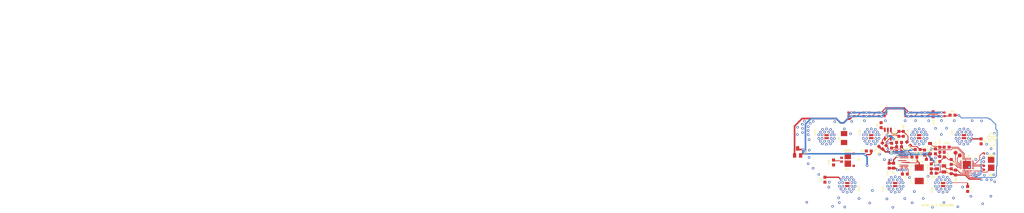
<source format=kicad_pcb>
(kicad_pcb (version 20241229) (generator "pcbnew") (generator_version "9.0")
  (layers (0 "F.Cu" signal) (2 "B.Cu" signal) (13 "F.Paste" user) (15 "B.Paste" user) (5 "F.SilkS" user "F.Silkscreen") (7 "B.SilkS" user "B.Silkscreen") (1 "F.Mask" user) (3 "B.Mask" user) (25 "Edge.Cuts" user))
  (net 0 "")
  (net 1 "GND")
  (net 2 "DRIVER_ENABLE")
  (net 3 "LED_POS")
  (net 4 "N$10")
  (net 5 "N$2")
  (net 6 "LED_NEG")
  (net 7 "N$11")
  (net 8 "N$12")
  (net 9 "N$14")
  (net 10 "N$13")
  (net 11 "DIM_PWM")
  (net 12 "N$16")
  (net 13 "CHG_STAT")
  (net 14 "BATTERY")
  (net 15 "+3V3")
  (net 16 "SDA")
  (net 17 "SCL")
  (net 18 "N$34")
  (net 19 "BATT_MEASURE")
  (net 20 "THERMISTOR")
  (net 21 "N$29")
  (net 22 "N$31")
  (net 23 "N$35")
  (net 24 "N$36")
  (net 25 "USB_PRESENT")
  (net 26 "SWITCH")
  (net 27 "N$52")
  (net 28 "MPM3612_ENABLE")
  (net 29 "BATT_MEASURE_ENABLE")
  (net 30 "THERMISTOR_ENABLE")
  (net 31 "N$23")
  (net 32 "N$28")
  (net 33 "N$30")
  (net 34 "N$1")
  (net 35 "N$49")
  (net 36 "N$5")
  (net 37 "N$4")
  (net 38 "POWER_GOOD")
  (net 39 "N$3")
  (net 40 "N$6")
  (net 41 "N$17")
  (net 42 "N$18")
  (net 43 "N$19")
  (net 44 "N$24")
  (net 45 "N$25")
  (net 46 "WS_DATA")
  (net 47 "N$26")
  (footprint "eEvo v1.7_MP8770:WS2812B-2020" (layer "F.Cu") (at 144.265987 91.334825 180)
    (property "Reference" "U$5" (hide yes))
    (property "Value" "WS2812B-2020" (hide yes))
  )
  (footprint "eEvo v1.7_MP8770:CONN_2-PIN_MOLEX_PICOEZMATE" (layer "F.Cu") (at 136.293769 105.556825 90)
    (property "Reference" "J1" (hide yes))
    (property "Value" "CONN_2-PIN_MOLEX_PICOEZMATE" (hide yes))
  )
  (footprint "eEvo v1.7_MP8770:WIREPAD_50MIL" (layer "F.Cu") (at 167.384769 103.354825 180)
    (property "Reference" "RX0" (hide yes))
    (property "Value" "WIREPAD_50MIL" (hide yes))
  )
  (footprint "eEvo v1.7_MP8770:C0603" (layer "F.Cu") (at 149.698369 102.980225)
    (property "Reference" "C2")
    (property "Value" "33nF")
  )
  (footprint "eEvo v1.7_MP8770:C0603" (layer "F.Cu") (at 160.557769 109.778825)
    (property "Reference" "C23")
    (property "Value" "4.7uF 25V" (hide yes))
  )
  (footprint "eEvo v1.7_MP8770:R0603" (layer "F.Cu") (at 159.789769 107.635825 90)
    (property "Reference" "R16")
    (property "Value" "10")
  )
  (footprint "eEvo v1.7_MP8770:MP8770_BUCK" (layer "F.Cu") (at 151.219169 106.104225 -90)
    (property "Reference" "U1" (hide yes))
    (property "Value" "MP8770_BUCK" (hide yes))
  )
  (footprint "eEvo v1.7_MP8770:PAD_2X2" (layer "F.Cu") (at 133.642569 104.390625)
    (property "Reference" "U$15" (hide yes))
    (property "Value" "WIREPAD2X2MM_SQ" (hide yes))
  )
  (footprint "eEvo v1.7_MP8770:C0603" (layer "F.Cu") (at 151.519569 110.054425 180)
    (property "Reference" "C1")
    (property "Value" "0.1uF")
  )
  (footprint "eEvo v1.7_MP8770:C0603" (layer "F.Cu") (at 155.538165 102.345825 180)
    (property "Reference" "C9")
    (property "Value" "0.1uF" (hide yes))
  )
  (footprint "eEvo v1.7_MP8770:C0603" (layer "F.Cu") (at 145.097769 101.659825 -135)
    (property "Reference" "C12")
    (property "Value" "0.1uF" (hide yes))
  )
  (footprint "eEvo v1.7_MP8770:C0603" (layer "F.Cu") (at 146.603969 107.423025 -90)
    (property "Reference" "C41")
    (property "Value" "0.1uF")
  )
  (footprint "eEvo v1.7_MP8770:SOT-23" (layer "F.Cu") (at 117.932769 103.109825)
    (property "Reference" "U3")
    (property "Value" "XC6206_VREG")
  )
  (footprint "eEvo v1.7_MP8770:WS2812B-2020" (layer "F.Cu") (at 152.627909 91.334825 180)
    (property "Reference" "U$4" (hide yes))
    (property "Value" "WS2812B-2020" (hide yes))
  )
  (footprint "eEvo v1.7_MP8770:WIREPAD_50MIL" (layer "F.Cu") (at 168.729769 104.183225 180)
    (property "Reference" "TX0" (hide yes))
    (property "Value" "WIREPAD_50MIL" (hide yes))
  )
  (footprint "eEvo v1.7_MP8770:R0603" (layer "F.Cu") (at 151.019769 97.459825 -90)
    (property "Reference" "R8")
    (property "Value" "56k" (hide yes))
  )
  (footprint "eEvo v1.7_MP8770:C0603" (layer "F.Cu") (at 154.498969 104.675825)
    (property "Reference" "C40")
    (property "Value" "1uF")
  )
  (footprint "eEvo v1.7_MP8770:R0603" (layer "F.Cu") (at 164.593769 101.632825 180)
    (property "Reference" "R12")
    (property "Value" "7.5k" (hide yes))
  )
  (footprint "eEvo v1.7_MP8770:R0603" (layer "F.Cu") (at 161.079769 102.914825 90)
    (property "Reference" "R34")
    (property "Value" "10k" (hide yes))
  )
  (footprint "eEvo v1.7_MP8770:R0603" (layer "F.Cu") (at 159.038769 105.440825)
    (property "Reference" "R11")
    (property "Value" "36.5k" (hide yes))
  )
  (footprint "eEvo v1.7_MP8770:C0603" (layer "F.Cu") (at 167.404369 109.572429 -90)
    (property "Reference" "C26")
    (property "Value" "4.7uF 10V" (hide yes))
  )
  (footprint "eEvo v1.7_MP8770:M1206" (layer "F.Cu") (at 132.478169 98.759825 90)
    (property "Reference" "R5")
    (property "Value" "0R01" (hide yes))
  )
  (footprint "eEvo v1.7_MP8770:R0603" (layer "F.Cu") (at 152.687769 100.556825 135)
    (property "Reference" "R7")
    (property "Value" "4.7k" (hide yes))
  )
  (footprint "eEvo v1.7_MP8770:PAD_2X2" (layer "F.Cu") (at 178.553769 108.066825)
    (property "Reference" "U$12" (hide yes))
    (property "Value" "WIREPAD2X2MM_SQ" (hide yes))
  )
  (footprint "eEvo v1.7_MP8770:SOT95P270X145-5N" (layer "F.Cu") (at 146.189769 97.547425 -90)
    (property "Reference" "U2")
    (property "Value" "MCP6001T-E/OT" (hide yes))
  )
  (footprint "eEvo v1.7_MP8770:UQFN-28_4X4" (layer "F.Cu") (at 170.926769 107.175825 -90)
    (property "Reference" "U6")
    (property "Value" "PIC18F25K40UQFN_4X4" (hide yes))
  )
  (footprint "eEvo v1.7_MP8770:SOD123FL_210" (layer "F.Cu") (at 159.405769 102.079825 90)
    (property "Reference" "D7")
    (property "Value" "SMF5.0AT1" (hide yes))
  )
  (footprint "eEvo v1.7_MP8770:PAD_2X2" (layer "F.Cu") (at 178.521769 105.518825)
    (property "Reference" "U$13" (hide yes))
    (property "Value" "WIREPAD2X2MM_SQ" (hide yes))
  )
  (footprint "eEvo v1.7_MP8770:WS2812B-2020" (layer "F.Cu") (at 162.981769 91.334825 180)
    (property "Reference" "U$2" (hide yes))
    (property "Value" "WS2812B-2020" (hide yes))
  )
  (footprint "eEvo v1.7_MP8770:R0603" (layer "F.Cu") (at 143.933769 100.858225 45)
    (property "Reference" "R9")
    (property "Value" "10k" (hide yes))
  )
  (footprint "eEvo v1.7_MP8770:C0603" (layer "F.Cu") (at 147.368369 101.160825 -90)
    (property "Reference" "C3")
    (property "Value" "220pF" (hide yes))
  )
  (footprint "eEvo v1.7_MP8770:C0603" (layer "F.Cu") (at 171.165769 114.691425 -90)
    (property "Reference" "C7")
    (property "Value" "22uF 10V" (hide yes))
  )
  (footprint "eEvo v1.7_MP8770:R0603" (layer "F.Cu") (at 166.442769 91.603825)
    (property "Reference" "R1")
    (property "Value" "15k")
  )
  (footprint "eEvo v1.7_MP8770:R0603" (layer "F.Cu") (at 149.697969 101.523425)
    (property "Reference" "R38")
    (property "Value" "1k")
  )
  (footprint "eEvo v1.7_MP8770:C0603" (layer "F.Cu") (at 149.699769 100.138825)
    (property "Reference" "C16")
    (property "Value" "470pF")
  )
  (footprint "eEvo v1.7_MP8770:C0603" (layer "F.Cu") (at 160.369769 91.307825 90)
    (property "Reference" "C13")
    (property "Value" "22uF 10V")
  )
  (footprint "eEvo v1.7_MP8770:R0603" (layer "F.Cu") (at 144.069769 94.726225 -90)
    (property "Reference" "R6")
    (property "Value" "470" (hide yes))
  )
  (footprint "eEvo v1.7_MP8770:INDUCTOR_5.7X5.2" (layer "F.Cu") (at 156.012969 110.106025 -90)
    (property "Reference" "L1" (hide yes))
    (property "Value" "2.2uH" (hide yes))
  )
  (footprint "eEvo v1.7_MP8770:C0603" (layer "F.Cu") (at 166.031769 109.146825 -90)
    (property "Reference" "C18")
    (property "Value" "4.7uF 25V" (hide yes))
  )
  (footprint "eEvo v1.7_MP8770:SOT-23" (layer "F.Cu") (at 162.612769 108.426825 90)
    (property "Reference" "U4")
    (property "Value" "XC6206_VREG" (hide yes))
  )
  (footprint "eEvo v1.7_MP8770:C0603" (layer "F.Cu") (at 147.987169 107.428025 -90)
    (property "Reference" "C4")
    (property "Value" "22uF 10V" (hide yes))
  )
  (footprint "eEvo v1.7_MP8770:C0603" (layer "F.Cu") (at 140.211569 102.822425 180)
    (property "Reference" "C5")
    (property "Value" "22uF 10V" (hide yes))
  )
  (footprint "eEvo v1.7_MP8770:C0603" (layer "F.Cu") (at 162.456769 102.420825 -90)
    (property "Reference" "C11")
    (property "Value" "0.1uF" (hide yes))
  )
  (footprint "eEvo v1.7_MP8770:XQ-D" (layer "F.Cu") (at 170.001109 98.321385 90)
    (property "Reference" "LED7")
    (property "Value" "XQ-D" (hide yes))
  )
  (footprint "eEvo v1.7_MP8770:WS2812B-2020" (layer "F.Cu") (at 157.760837 91.334825 180)
    (property "Reference" "U$3" (hide yes))
    (property "Value" "WS2812B-2020" (hide yes))
  )
  (footprint "eEvo v1.7_MP8770:WS2812B-2020" (layer "F.Cu") (at 139.525059 91.334825 180)
    (property "Reference" "U$6" (hide yes))
    (property "Value" "WS2812B-2020" (hide yes))
  )
  (footprint "eEvo v1.7_MP8770:XQ-D" (layer "F.Cu") (at 133.501109 113.321385 -90)
    (property "Reference" "LED2")
    (property "Value" "XQ-D" (hide yes))
  )
  (footprint "eEvo v1.7_MP8770:C0603" (layer "F.Cu") (at 175.389769 99.799425 -90)
    (property "Reference" "C8")
    (property "Value" "22uF 10V" (hide yes))
  )
  (footprint "eEvo v1.7_MP8770:C0603" (layer "F.Cu") (at 126.480769 111.810425 -90)
    (property "Reference" "C6")
    (property "Value" "22uF 10V" (hide yes))
  )
  (footprint "eEvo v1.7_MP8770:XQ-D" (layer "F.Cu") (at 127.001109 98.321385 90)
    (property "Reference" "LED1")
    (property "Value" "XQ-D" (hide yes))
  )
  (footprint "eEvo v1.7_MP8770:C0603" (layer "F.Cu") (at 149.641769 97.457825 -90)
    (property "Reference" "C10")
    (property "Value" "0.1uF" (hide yes))
  )
  (footprint "eEvo v1.7_MP8770:XQ-D" (layer "F.Cu") (at 148.501109 113.321385 -90)
    (property "Reference" "LED4")
    (property "Value" "XQ-D" (hide yes))
  )
  (footprint "eEvo v1.7_MP8770:C0603" (layer "F.Cu") (at 129.181769 106.416825 -90)
    (property "Reference" "C28")
    (property "Value" "4.7uF 25V" (hide yes))
  )
  (footprint "eEvo v1.7_MP8770:XQ-D" (layer "F.Cu") (at 163.501109 113.321385 -90)
    (property "Reference" "LED6")
    (property "Value" "XQ-D" (hide yes))
  )
  (footprint "eEvo v1.7_MP8770:R0603" (layer "F.Cu") (at 166.039969 106.243022 -90)
    (property "Reference" "R27")
    (property "Value" "47k NTC" (hide yes))
  )
  (footprint "eEvo v1.7_MP8770:XQ-D" (layer "F.Cu") (at 141.001109 98.321385 90)
    (property "Reference" "LED3")
    (property "Value" "XQ-D" (hide yes))
  )
  (footprint "eEvo v1.7_MP8770:5P_ICSP_SMD" (layer "F.Cu") (at 176.202675 103.625104 -90)
    (property "Reference" "J2" (hide yes))
    (property "Value" "5P_HEADER_.05PITCHSMD_ONLY" (hide yes))
  )
  (footprint "eEvo v1.7_MP8770:WS2812B-2020" (layer "F.Cu") (at 134.774769 91.334825 180)
    (property "Reference" "U$7" (hide yes))
    (property "Value" "WS2812B-2020" (hide yes))
  )
  (footprint "eEvo v1.7_MP8770:XQ-D" (layer "F.Cu") (at 156.001109 98.321385 90)
    (property "Reference" "LED5")
    (property "Value" "XQ-D" (hide yes))
  )
  (footprint "eEvo v1.7_MP8770:R0603" (layer "F.Cu") (at 162.455769 105.326825 -90)
    (property "Reference" "R28")
    (property "Value" "15k" (hide yes))
  )
  (footprint "eEvo v1.7_MP8770:C0603" (layer "F.Cu") (at 163.844769 103.979825 90)
    (property "Reference" "C25")
    (property "Value" "0.1uF")
  )
  (footprint "eEvo v1.7_MP8770:PAD_2X2" (layer "F.Cu") (at 133.647969 106.778025)
    (property "Reference" "U$14" (hide yes))
    (property "Value" "WIREPAD2X2MM_SQ" (hide yes))
  )
  (footprint "eEvo v1.7_MP8770:R0603" (layer "F.Cu") (at 157.686769 103.300825 90)
    (property "Reference" "R10")
    (property "Value" "10k" (hide yes))
  )
  (gr_line (start 179.935769 99.035825) (end 177.776769 99.035825) (stroke (width 0.2032)) (layer "F.SilkS"))
  (gr_line (start 177.649769 98.273825) (end 177.776769 98.273825) (stroke (width 0.2032)) (layer "F.SilkS"))
  (gr_arc (start 180.062769 98.273825) (mid 180.380269 98.718325) (end 179.935769 99.035825) (stroke (width 0.2032)) (layer "F.SilkS"))
  (gr_line (start 179.935769 100.432825) (end 179.935769 99.035825) (stroke (width 0.2032)) (layer "F.SilkS"))
  (gr_arc (start 177.776769 98.273825) (mid 178.856269 97.194325) (end 179.935769 98.273825) (stroke (width 0.2032)) (layer "F.SilkS"))
  (gr_arc (start 177.649769 99.035825) (mid 177.268769 98.654825) (end 177.649769 98.273825) (stroke (width 0.2032)) (layer "F.SilkS"))
  (gr_line (start 177.776769 99.035825) (end 177.649769 99.035825) (stroke (width 0.2032)) (layer "F.SilkS"))
  (gr_arc (start 179.935769 100.432825) (mid 178.792769 101.448825) (end 177.776769 100.305825) (stroke (width 0.2032)) (layer "F.SilkS"))
  (gr_line (start 178.538769 98.654825) (end 179.046769 98.654825) (stroke (width 0.2032)) (layer "F.SilkS"))
  (gr_line (start 177.776769 99.035825) (end 177.776769 100.305825) (stroke (width 0.2032)) (layer "F.SilkS"))
  (gr_circle (center 179.300769 99.569225) (end 179.427769 99.569225) (stroke (width 0.2032)) (fill no) (layer "F.SilkS"))
  (gr_circle (center 178.437169 99.569225) (end 178.564169 99.569225) (stroke (width 0.2032)) (fill no) (layer "F.SilkS"))
  (gr_line (start 177.776769 98.273825) (end 180.062769 98.273825) (stroke (width 0.2032)) (layer "F.SilkS"))
  (gr_arc (start 132.356108 93.146435) (mid 131.879122 93.418639) (end 131.380469 93.188516) (stroke (width 0.001)) (layer "Edge.Cuts"))
  (gr_line (start 179.366628 92.992207) (end 178.872909 92.651707) (stroke (width 0.001)) (layer "Edge.Cuts"))
  (gr_line (start 180.757719 95.270107) (end 180.669959 94.842385) (stroke (width 0.001)) (layer "Edge.Cuts"))
  (gr_arc (start 122.374918 90.893707) (mid 122.716582 90.879069) (end 123.024709 91.027416) (stroke (width 0.001)) (layer "Edge.Cuts"))
  (gr_line (start 177.844587 119.325985) (end 178.283128 118.921816) (stroke (width 0.001)) (layer "Edge.Cuts"))
  (gr_line (start 165.038928 88.962585) (end 162.8894 88.918035) (stroke (width 0.001)) (layer "Edge.Cuts"))
  (gr_line (start 154.666109 88.809475) (end 154.023609 88.804894) (stroke (width 0.001)) (layer "Edge.Cuts"))
  (gr_line (start 179.51185 116.933025) (end 179.706378 116.424466) (stroke (width 0.001)) (layer "Edge.Cuts"))
  (gr_line (start 165.44155 121.067394) (end 168.208819 121.010585) (stroke (width 0.001)) (layer "Edge.Cuts"))
  (gr_line (start 118.093228 118.110725) (end 118.479869 118.649466) (stroke (width 0.001)) (layer "Edge.Cuts"))
  (gr_line (start 118.277619 92.560366) (end 117.65885 92.974635) (stroke (width 0.001)) (layer "Edge.Cuts"))
  (gr_line (start 159.600637 121.155725) (end 162.572159 121.115775) (stroke (width 0.001)) (layer "Edge.Cuts"))
  (gr_line (start 116.665178 113.839807) (end 116.793637 114.557775) (stroke (width 0.001)) (layer "Edge.Cuts"))
  (gr_line (start 180.389537 94.113907) (end 180.171419 93.777985) (stroke (width 0.001)) (layer "Edge.Cuts"))
  (gr_line (start 120.275637 91.605885) (end 119.54525 91.909857) (stroke (width 0.001)) (layer "Edge.Cuts"))
  (gr_line (start 117.419378 116.756807) (end 117.74315 117.488544) (stroke (width 0.001)) (layer "Edge.Cuts"))
  (gr_line (start 180.8376 96.066694) (end 180.8079 95.675107) (stroke (width 0.001)) (layer "Edge.Cuts"))
  (gr_line (start 158.7526 88.852016) (end 156.630037 88.827125) (stroke (width 0.001)) (layer "Edge.Cuts"))
  (gr_line (start 119.477578 119.560666) (end 120.067628 119.896325) (stroke (width 0.001)) (layer "Edge.Cuts"))
  (gr_arc (start 121.012987 120.2647) (mid 120.870804 120.217583) (end 120.729137 120.168935) (stroke (width 0.001)) (layer "Edge.Cuts"))
  (gr_line (start 180.161378 114.785175) (end 180.313459 113.985016) (stroke (width 0.001)) (layer "Edge.Cuts"))
  (gr_line (start 180.860078 96.515307) (end 180.8376 96.066694) (stroke (width 0.001)) (layer "Edge.Cuts"))
  (gr_arc (start 128.7934 121.010588) (mid 128.459433 120.917468) (end 128.211637 120.674975) (stroke (width 0.001)) (layer "Edge.Cuts"))
  (gr_line (start 175.975959 91.328916) (end 175.327269 91.111225) (stroke (width 0.001)) (layer "Edge.Cuts"))
  (gr_line (start 141.732487 88.814335) (end 139.783428 88.833407) (stroke (width 0.001)) (layer "Edge.Cuts"))
  (gr_line (start 139.821987 121.181266) (end 144.148269 121.211175) (stroke (width 0.001)) (layer "Edge.Cuts"))
  (gr_line (start 116.515178 94.310144) (end 116.368559 94.710907) (stroke (width 0.001)) (layer "Edge.Cuts"))
  (gr_line (start 178.633409 118.508357) (end 178.951709 118.042485) (stroke (width 0.001)) (layer "Edge.Cuts"))
  (gr_line (start 134.164537 121.111716) (end 136.037909 121.138607) (stroke (width 0.001)) (layer "Edge.Cuts"))
  (gr_line (start 150.201109 90.122894) (end 146.801109 90.122894) (stroke (width 0.001)) (layer "Edge.Cuts"))
  (gr_line (start 180.313459 113.985016) (end 180.43295 113.161185) (stroke (width 0.001)) (layer "Edge.Cuts"))
  (gr_line (start 180.43295 113.161185) (end 180.524578 112.291535) (stroke (width 0.001)) (layer "Edge.Cuts"))
  (gr_line (start 176.573387 91.546766) (end 175.975959 91.328916) (stroke (width 0.001)) (layer "Edge.Cuts"))
  (gr_arc (start 176.27314 120.168916) (mid 176.131371 120.217603) (end 175.989084 120.264757) (stroke (width 0.001)) (layer "Edge.Cuts"))
  (gr_line (start 116.996678 93.574975) (end 116.720078 93.935625) (stroke (width 0.001)) (layer "Edge.Cuts"))
  (gr_line (start 177.859969 92.096344) (end 177.215519 91.805007) (stroke (width 0.001)) (layer "Edge.Cuts"))
  (gr_line (start 139.783428 88.833407) (end 136.329959 88.879544) (stroke (width 0.001)) (layer "Edge.Cuts"))
  (gr_line (start 154.023609 88.804894) (end 153.3872 88.800975) (stroke (width 0.001)) (layer "Edge.Cuts"))
  (gr_line (start 116.55985 113.084407) (end 116.665178 113.839807) (stroke (width 0.001)) (layer "Edge.Cuts"))
  (gr_arc (start 168.790581 120.674972) (mid 168.542777 120.917449) (end 168.208819 121.010585) (stroke (width 0.001)) (layer "Edge.Cuts"))
  (gr_arc (start 146.801109 94.522894) (mid 146.447556 94.376447) (end 146.301109 94.022894) (stroke (width 0.05)) (layer "Edge.Cuts"))
  (gr_line (start 150.67 88.790694) (end 149.644687 88.788316) (stroke (width 0.001)) (layer "Edge.Cuts"))
  (gr_line (start 136.037909 121.138607) (end 137.952769 121.162075) (stroke (width 0.001)) (layer "Edge.Cuts"))
  (gr_line (start 116.169569 95.985507) (end 116.156437 96.215135) (stroke (width 0.001)) (layer "Edge.Cuts"))
  (gr_line (start 116.793637 114.557775) (end 116.970259 115.339207) (stroke (width 0.001)) (layer "Edge.Cuts"))
  (gr_line (start 150.701109 94.022894) (end 150.701109 90.622894) (stroke (width 0.001)) (layer "Edge.Cuts"))
  (gr_line (start 179.951819 115.641057) (end 180.161378 114.785175) (stroke (width 0.001)) (layer "Edge.Cuts"))
  (gr_line (start 144.148269 121.211175) (end 148.501109 121.221075) (stroke (width 0.001)) (layer "Edge.Cuts"))
  (gr_arc (start 180.860078 96.515307) (mid 180.951603 104.408935) (end 180.524578 112.291535) (stroke (width 0.001)) (layer "Edge.Cuts"))
  (gr_line (start 131.053528 92.612535) (end 130.788519 88.998916) (stroke (width 0.001)) (layer "Edge.Cuts"))
  (gr_line (start 146.301109 90.622894) (end 146.301109 94.022894) (stroke (width 0.001)) (layer "Edge.Cuts"))
  (gr_circle (center 142.717809 108.202385) (end 145.017809 108.202385) (stroke (width 0.001)) (fill no) (layer "Edge.Cuts"))
  (gr_line (start 162.8894 88.918035) (end 160.835528 88.882244) (stroke (width 0.001)) (layer "Edge.Cuts"))
  (gr_line (start 116.720078 93.935625) (end 116.515178 94.310144) (stroke (width 0.001)) (layer "Edge.Cuts"))
  (gr_circle (center 120.781619 114.008407) (end 121.681619 114.008407) (stroke (width 0.001)) (fill no) (layer "Edge.Cuts"))
  (gr_line (start 179.706378 116.424466) (end 179.951819 115.641057) (stroke (width 0.001)) (layer "Edge.Cuts"))
  (gr_line (start 116.368559 94.710907) (end 116.303737 94.960294) (stroke (width 0.001)) (layer "Edge.Cuts"))
  (gr_line (start 130.542278 121.047707) (end 132.332669 121.081416) (stroke (width 0.001)) (layer "Edge.Cuts"))
  (gr_arc (start 131.192912 92.95715) (mid 131.287739 93.071983) (end 131.380469 93.188516) (stroke (width 0.001)) (layer "Edge.Cuts"))
  (gr_arc (start 150.701109 94.022894) (mid 150.554662 94.376447) (end 150.201109 94.522894) (stroke (width 0.05)) (layer "Edge.Cuts"))
  (gr_line (start 178.951709 118.042485) (end 179.244519 117.517375) (stroke (width 0.001)) (layer "Edge.Cuts"))
  (gr_line (start 178.283128 118.921816) (end 178.633409 118.508357) (stroke (width 0.001)) (layer "Edge.Cuts"))
  (gr_line (start 178.872909 92.651707) (end 178.436987 92.394275) (stroke (width 0.001)) (layer "Edge.Cuts"))
  (gr_line (start 152.195678 121.213966) (end 154.036009 121.205007) (stroke (width 0.001)) (layer "Edge.Cuts"))
  (gr_line (start 148.501109 88.786125) (end 147.611669 88.787766) (stroke (width 0.001)) (layer "Edge.Cuts"))
  (gr_line (start 179.774759 93.336735) (end 179.366628 92.992207) (stroke (width 0.001)) (layer "Edge.Cuts"))
  (gr_line (start 160.835528 88.882244) (end 158.7526 88.852016) (stroke (width 0.001)) (layer "Edge.Cuts"))
  (gr_line (start 176.851109 94.521385) (end 176.151109 94.521385) (stroke (width 0.001)) (layer "Edge.Cuts"))
  (gr_line (start 176.844678 119.938775) (end 177.354278 119.669035) (stroke (width 0.001)) (layer "Edge.Cuts"))
  (gr_line (start 120.067628 119.896325) (end 120.729137 120.168935) (stroke (width 0.001)) (layer "Edge.Cuts"))
  (gr_line (start 120.91495 91.368144) (end 120.275637 91.605885) (stroke (width 0.001)) (layer "Edge.Cuts"))
  (gr_line (start 116.970259 115.339207) (end 117.179887 116.077466) (stroke (width 0.001)) (layer "Edge.Cuts"))
  (gr_line (start 155.8717 121.192444) (end 157.702759 121.176285) (stroke (width 0.001)) (layer "Edge.Cuts"))
  (gr_circle (center 176.2206 114.008407) (end 177.1206 114.008407) (stroke (width 0.001)) (fill no) (layer "Edge.Cuts"))
  (gr_line (start 116.303737 94.960294) (end 116.251478 95.227275) (stroke (width 0.001)) (layer "Edge.Cuts"))
  (gr_line (start 118.871628 92.230985) (end 118.277619 92.560366) (stroke (width 0.001)) (layer "Edge.Cuts"))
  (gr_line (start 148.501109 121.221075) (end 150.350709 121.219325) (stroke (width 0.001)) (layer "Edge.Cuts"))
  (gr_line (start 132.332669 121.081416) (end 134.164537 121.111716) (stroke (width 0.001)) (layer "Edge.Cuts"))
  (gr_arc (start 176.151109 97.121385) (mid 174.851109 95.821385) (end 176.151109 94.521385) (stroke (width 0.001)) (layer "Edge.Cuts"))
  (gr_line (start 117.74315 117.488544) (end 118.093228 118.110725) (stroke (width 0.001)) (layer "Edge.Cuts"))
  (gr_line (start 128.7934 121.010588) (end 130.542278 121.047707) (stroke (width 0.001)) (layer "Edge.Cuts"))
  (gr_line (start 116.251478 95.227275) (end 116.215109 95.482307) (stroke (width 0.001)) (layer "Edge.Cuts"))
  (gr_arc (start 146.301109 90.622894) (mid 146.447556 90.269341) (end 146.801109 90.122894) (stroke (width 0.05)) (layer "Edge.Cuts"))
  (gr_line (start 147.611669 88.787766) (end 146.807159 88.789466) (stroke (width 0.001)) (layer "Edge.Cuts"))
  (gr_line (start 175.327269 91.111225) (end 174.6273 90.893707) (stroke (width 0.001)) (layer "Edge.Cuts"))
  (gr_line (start 118.479869 118.649466) (end 118.929109 119.129025) (stroke (width 0.001)) (layer "Edge.Cuts"))
  (gr_line (start 176.151109 97.121385) (end 176.851109 97.121385) (stroke (width 0.001)) (layer "Edge.Cuts"))
  (gr_line (start 154.036009 121.205007) (end 155.8717 121.192444) (stroke (width 0.001)) (layer "Edge.Cuts"))
  (gr_line (start 146.807159 88.789466) (end 146.087559 88.791225) (stroke (width 0.001)) (layer "Edge.Cuts"))
  (gr_arc (start 176.851109 94.521385) (mid 178.151109 95.821385) (end 176.851109 97.121385) (stroke (width 0.001)) (layer "Edge.Cuts"))
  (gr_line (start 132.98975 88.940325) (end 133.174537 91.802125) (stroke (width 0.001)) (layer "Edge.Cuts"))
  (gr_line (start 144.333987 88.797294) (end 143.643609 88.800857) (stroke (width 0.001)) (layer "Edge.Cuts"))
  (gr_line (start 146.801109 94.522894) (end 150.201109 94.522894) (stroke (width 0.001)) (layer "Edge.Cuts"))
  (gr_arc (start 121.748323 120.067987) (mid 125.132181 118.750813) (end 128.211637 120.674975) (stroke (width 0.001)) (layer "Edge.Cuts"))
  (gr_arc (start 167.037027 89.042685) (mid 167.400045 89.171228) (end 167.639259 89.473025) (stroke (width 0.001)) (layer "Edge.Cuts"))
  (gr_line (start 150.350709 121.219325) (end 152.195678 121.213966) (stroke (width 0.001)) (layer "Edge.Cuts"))
  (gr_line (start 167.037028 89.042685) (end 165.038928 88.962585) (stroke (width 0.001)) (layer "Edge.Cuts"))
  (gr_line (start 117.179887 116.077466) (end 117.419378 116.756807) (stroke (width 0.001)) (layer "Edge.Cuts"))
  (gr_line (start 143.643609 88.800857) (end 141.732487 88.814335) (stroke (width 0.001)) (layer "Edge.Cuts"))
  (gr_line (start 152.365819 88.796085) (end 151.577037 88.793294) (stroke (width 0.001)) (layer "Edge.Cuts"))
  (gr_line (start 149.644687 88.788316) (end 148.501109 88.786125) (stroke (width 0.001)) (layer "Edge.Cuts"))
  (gr_line (start 116.188837 95.734135) (end 116.169569 95.985507) (stroke (width 0.001)) (layer "Edge.Cuts"))
  (gr_line (start 116.215109 95.482307) (end 116.188837 95.734135) (stroke (width 0.001)) (layer "Edge.Cuts"))
  (gr_arc (start 133.174536 91.802125) (mid 133.146553 92.02928) (end 133.035537 92.229425) (stroke (width 0.001)) (layer "Edge.Cuts"))
  (gr_line (start 178.436987 92.394275) (end 177.859969 92.096344) (stroke (width 0.001)) (layer "Edge.Cuts"))
  (gr_line (start 180.5489 94.459866) (end 180.389537 94.113907) (stroke (width 0.001)) (layer "Edge.Cuts"))
  (gr_line (start 180.171419 93.777985) (end 179.774759 93.336735) (stroke (width 0.001)) (layer "Edge.Cuts"))
  (gr_line (start 155.314678 88.814707) (end 154.666109 88.809475) (stroke (width 0.001)) (layer "Edge.Cuts"))
  (gr_line (start 155.969319 88.820594) (end 155.314678 88.814707) (stroke (width 0.001)) (layer "Edge.Cuts"))
  (gr_line (start 151.577037 88.793294) (end 150.67 88.790694) (stroke (width 0.001)) (layer "Edge.Cuts"))
  (gr_arc (start 168.790582 120.67497) (mid 171.870034 118.750812) (end 175.253887 120.067985) (stroke (width 0.001)) (layer "Edge.Cuts"))
  (gr_line (start 122.374919 90.893707) (end 121.6147 91.130757) (stroke (width 0.001)) (layer "Edge.Cuts"))
  (gr_line (start 119.54525 91.909857) (end 118.871628 92.230985) (stroke (width 0.001)) (layer "Edge.Cuts"))
  (gr_line (start 144.9031 88.794907) (end 144.333987 88.797294) (stroke (width 0.001)) (layer "Edge.Cuts"))
  (gr_line (start 157.702759 121.176285) (end 159.600637 121.155725) (stroke (width 0.001)) (layer "Edge.Cuts"))
  (gr_line (start 117.65885 92.974635) (end 117.321809 93.249975) (stroke (width 0.001)) (layer "Edge.Cuts"))
  (gr_line (start 118.929109 119.129025) (end 119.477578 119.560666) (stroke (width 0.001)) (layer "Edge.Cuts"))
  (gr_arc (start 129.36295 89.473025) (mid 126.587059 91.853665) (end 123.024709 91.027416) (stroke (width 0.001)) (layer "Edge.Cuts"))
  (gr_line (start 116.47765 112.291575) (end 116.55985 113.084407) (stroke (width 0.001)) (layer "Edge.Cuts"))
  (gr_line (start 180.669959 94.842385) (end 180.5489 94.459866) (stroke (width 0.001)) (layer "Edge.Cuts"))
  (gr_arc (start 132.356109 93.146435) (mid 132.681899 92.677613) (end 133.035537 92.229425) (stroke (width 0.001)) (layer "Edge.Cuts"))
  (gr_line (start 136.329959 88.879544) (end 132.98975 88.940325) (stroke (width 0.001)) (layer "Edge.Cuts"))
  (gr_arc (start 129.965187 89.042685) (mid 130.376748 89.018826) (end 130.788519 88.998916) (stroke (width 0.001)) (layer "Edge.Cuts"))
  (gr_arc (start 131.192912 92.957149) (mid 131.095855 92.79591) (end 131.053528 92.612535) (stroke (width 0.001)) (layer "Edge.Cuts"))
  (gr_line (start 116.156437 96.215135) (end 116.142119 96.515307) (stroke (width 0.001)) (layer "Edge.Cuts"))
  (gr_arc (start 129.36295 89.473025) (mid 129.602176 89.17124) (end 129.965187 89.042685) (stroke (width 0.001)) (layer "Edge.Cuts"))
  (gr_line (start 152.865187 88.798244) (end 152.365819 88.796085) (stroke (width 0.001)) (layer "Edge.Cuts"))
  (gr_arc (start 173.977502 91.02741) (mid 170.415153 91.853664) (end 167.639259 89.473025) (stroke (width 0.001)) (layer "Edge.Cuts"))
  (gr_line (start 180.8079 95.675107) (end 180.757719 95.270107) (stroke (width 0.001)) (layer "Edge.Cuts"))
  (gr_line (start 176.27314 120.168916) (end 176.844678 119.938775) (stroke (width 0.001)) (layer "Edge.Cuts"))
  (gr_line (start 156.630037 88.827125) (end 155.969319 88.820594) (stroke (width 0.001)) (layer "Edge.Cuts"))
  (gr_line (start 145.452869 88.793035) (end 144.9031 88.794907) (stroke (width 0.001)) (layer "Edge.Cuts"))
  (gr_arc (start 116.47765 112.291575) (mid 116.137047 107.077849) (end 116.023437 101.854244) (stroke (width 0.001)) (layer "Edge.Cuts"))
  (gr_line (start 162.572159 121.115775) (end 165.44155 121.067394) (stroke (width 0.001)) (layer "Edge.Cuts"))
  (gr_line (start 137.952769 121.162075) (end 139.821987 121.181266) (stroke (width 0.001)) (layer "Edge.Cuts"))
  (gr_line (start 121.6147 91.130757) (end 120.91495 91.368144) (stroke (width 0.001)) (layer "Edge.Cuts"))
  (gr_line (start 117.321809 93.249975) (end 116.996678 93.574975) (stroke (width 0.001)) (layer "Edge.Cuts"))
  (gr_arc (start 116.023437 101.854244) (mid 116.053112 99.184116) (end 116.142119 96.515307) (stroke (width 0.001)) (layer "Edge.Cuts"))
  (gr_line (start 179.244519 117.517375) (end 179.51185 116.933025) (stroke (width 0.001)) (layer "Edge.Cuts"))
  (gr_arc (start 175.989083 120.264757) (mid 175.592222 120.275707) (end 175.253887 120.067985) (stroke (width 0.001)) (layer "Edge.Cuts"))
  (gr_circle (center 120.501109 109.821385) (end 121.801109 109.821385) (stroke (width 0.001)) (fill no) (layer "Edge.Cuts"))
  (gr_line (start 177.354278 119.669035) (end 177.844587 119.325985) (stroke (width 0.001)) (layer "Edge.Cuts"))
  (gr_arc (start 173.977503 91.027409) (mid 174.285482 90.878327) (end 174.6273 90.893707) (stroke (width 0.001)) (layer "Edge.Cuts"))
  (gr_line (start 153.3872 88.800975) (end 152.865187 88.798244) (stroke (width 0.001)) (layer "Edge.Cuts"))
  (gr_arc (start 150.201109 90.122894) (mid 150.554662 90.269341) (end 150.701109 90.622894) (stroke (width 0.05)) (layer "Edge.Cuts"))
  (gr_line (start 146.087559 88.791225) (end 145.452869 88.793035) (stroke (width 0.001)) (layer "Edge.Cuts"))
  (gr_line (start 177.215519 91.805007) (end 176.573387 91.546766) (stroke (width 0.001)) (layer "Edge.Cuts"))
  (gr_arc (start 121.748322 120.067989) (mid 121.409911 120.27571) (end 121.012987 120.2647) (stroke (width 0.001)) (layer "Edge.Cuts"))
  (gr_text "^" (at 179.301042 104.411165 90) (layer "F.SilkS") (effects (font (size 1.0668 1.0668) (thickness 0.3556)) (justify left bottom)))
  (gr_text "R" (at 166.715889 102.955981 0) (layer "F.SilkS") (effects (font (size 0.6096 0.6096) (thickness 0.2032)) (justify left bottom)))
  (gr_text "GND-" (at 135.315369 103.035025 0) (layer "F.SilkS") (effects (font (size 0.65024 0.65024) (thickness 0.16256)) (justify right bottom)))
  (gr_text "J1" (at 137.739369 105.867025 0) (layer "F.SilkS") (effects (font (size 0.65024 0.65024) (thickness 0.16256)) (justify right bottom)))
  (gr_text "eEVO v1.7 20241001" (at 167.182369 120.190025 0) (layer "F.SilkS") (effects (font (size 0.65024 0.65024) (thickness 0.16256)) (justify right bottom)))
  (gr_text "T" (at 169.142032 104.891981 0) (layer "F.SilkS") (effects (font (size 0.6096 0.6096) (thickness 0.2032)) (justify left bottom)))
  (gr_text "U1" (at 150.002325 107.897105 90) (layer "F.SilkS") (effects (font (size 0.6096 0.6096) (thickness 0.2032)) (justify left bottom)))
  (gr_text "GND" (at 177.564453 104.731191 0) (layer "F.SilkS") (effects (font (size 0.65024 0.65024) (thickness 0.16256)) (justify left bottom)))
  (gr_text "V+" (at 134.371369 108.946025 0) (layer "F.SilkS") (effects (font (size 0.65024 0.65024) (thickness 0.16256)) (justify right bottom)))
  (gr_text "^" (at 177.233042 104.387165 90) (layer "F.SilkS") (effects (font (size 1.0668 1.0668) (thickness 0.3556)) (justify left bottom)))
  (gr_text "SW" (at 177.57973 110.721191 0) (layer "F.SilkS") (effects (font (size 0.65024 0.65024) (thickness 0.16256)) (justify left bottom)))
  (segment (start 150.819169 107.454225) (end 150.819169 108.676025) (width 0.2032) (layer "F.Cu") (net 1))
  (segment (start 116.982769 104.209825) (end 116.982769 95.034825) (width 0.508) (layer "F.Cu") (net 1))
  (segment (start 162.068769 109.778825) (end 161.327387 109.778825) (width 0.2032) (layer "F.Cu") (net 1))
  (segment (start 162.608769 109.376825) (end 162.608769 107.470825) (width 0.2032) (layer "F.Cu") (net 1))
  (segment (start 163.712769 109.376825) (end 162.608769 109.376825) (width 0.2032) (layer "F.Cu") (net 1))
  (segment (start 138.610059 91.884825) (end 139.419969 91.884825) (width 0.254) (layer "F.Cu") (net 1))
  (segment (start 162.382769 104.484207) (end 162.382769 103.190444) (width 0.2032) (layer "F.Cu") (net 1))
  (segment (start 153.700769 102.345825) (end 154.768547 102.345825) (width 0.254) (layer "F.Cu") (net 1))
  (segment (start 162.470769 109.376825) (end 162.068769 109.778825) (width 0.2032) (layer "F.Cu") (net 1))
  (segment (start 153.670769 102.375825) (end 153.700769 102.345825) (width 0.254) (layer "F.Cu") (net 1))
  (segment (start 146.603969 108.192644) (end 147.982169 108.192644) (width 0.4064) (layer "F.Cu") (net 1))
  (segment (start 146.206769 97.492825) (end 145.873769 97.825825) (width 0.254) (layer "F.Cu") (net 1))
  (segment (start 166.031769 109.916444) (end 165.297731 109.916444) (width 0.2032) (layer "F.Cu") (net 1))
  (segment (start 150.888969 108.745825) (end 150.74995 108.884844) (width 0.2032) (layer "F.Cu") (net 1))
  (segment (start 150.467987 102.980225) (end 150.467987 102.495225) (width 0.2032) (layer "F.Cu") (net 1))
  (segment (start 147.193769 103.098825) (end 145.448362 103.098825) (width 0.508) (layer "F.Cu") (net 1))
  (segment (start 162.608769 107.470825) (end 162.300769 107.162825) (width 0.2032) (layer "F.Cu") (net 1))
  (segment (start 152.540969 91.884825) (end 152.641969 91.985825) (width 0.254) (layer "F.Cu") (net 1))
  (segment (start 162.901969 91.884825) (end 162.996969 91.979825) (width 0.254) (layer "F.Cu") (net 1))
  (segment (start 147.193769 103.098825) (end 147.506769 103.098825) (width 0.2032) (layer "F.Cu") (net 1))
  (segment (start 170.526769 107.537825) (end 170.545769 107.556825) (width 0.2032) (layer "F.Cu") (net 1))
  (segment (start 170.545769 107.556825) (end 170.926769 107.175825) (width 0.2032) (layer "F.Cu") (net 1))
  (segment (start 170.126769 109.075825) (end 170.126769 107.975825) (width 0.2032) (layer "F.Cu") (net 1))
  (segment (start 150.823169 104.018407) (end 150.467987 103.663225) (width 0.2032) (layer "F.Cu") (net 1))
  (segment (start 162.456769 103.190444) (end 162.382769 103.190444) (width 0.2032) (layer "F.Cu") (net 1))
  (segment (start 163.712769 109.376825) (end 162.470769 109.376825) (width 0.2032) (layer "F.Cu") (net 1))
  (segment (start 175.215569 111.606425) (end 175.451969 111.842825) (width 0.4064) (layer "F.Cu") (net 1))
  (segment (start 133.859769 91.884825) (end 134.676969 91.884825) (width 0.254) (layer "F.Cu") (net 1))
  (segment (start 149.161769 108.745825) (end 148.613587 108.197644) (width 0.4064) (layer "F.Cu") (net 1))
  (segment (start 161.079769 103.684444) (end 161.952531 104.557207) (width 0.2032) (layer "F.Cu") (net 1))
  (segment (start 146.206769 96.192825) (end 146.206769 97.492825) (width 0.254) (layer "F.Cu") (net 1))
  (segment (start 150.467987 102.980225) (end 150.467987 103.663225) (width 0.2032) (layer "F.Cu") (net 1))
  (segment (start 151.712909 91.884825) (end 152.540969 91.884825) (width 0.254) (layer "F.Cu") (net 1))
  (segment (start 160.369769 92.077444) (end 160.562387 91.884825) (width 0.4064) (layer "F.Cu") (net 1))
  (segment (start 161.007769 107.211825) (end 161.056769 107.162825) (width 0.254) (layer "F.Cu") (net 1))
  (segment (start 170.526769 105.275825) (end 170.526769 107.537825) (width 0.2032) (layer "F.Cu") (net 1))
  (segment (start 150.419169 107.454225) (end 150.419169 108.352025) (width 0.2032) (layer "F.Cu") (net 1))
  (segment (start 150.823169 104.018407) (end 150.823169 104.750225) (width 0.2032) (layer "F.Cu") (net 1))
  (segment (start 150.224087 102.251325) (end 148.354269 102.251325) (width 0.2032) (layer "F.Cu") (net 1))
  (segment (start 148.354269 102.251325) (end 147.506769 103.098825) (width 0.2032) (layer "F.Cu") (net 1))
  (segment (start 148.613587 108.197644) (end 147.987169 108.197644) (width 0.4064) (layer "F.Cu") (net 1))
  (segment (start 162.066769 91.884825) (end 162.901969 91.884825) (width 0.254) (layer "F.Cu") (net 1))
  (segment (start 134.770969 91.978825) (end 134.770969 92.298825) (width 0.508) (layer "F.Cu") (net 1))
  (segment (start 157.656969 91.884825) (end 157.751969 91.979825) (width 0.254) (layer "F.Cu") (net 1))
  (segment (start 144.110969 91.884825) (end 144.263969 92.037825) (width 0.254) (layer "F.Cu") (net 1))
  (segment (start 162.382769 104.484207) (end 162.455769 104.557207) (width 0.2032) (layer "F.Cu") (net 1))
  (segment (start 143.389565 101.402429) (end 144.191165 102.204029) (width 0.508) (layer "F.Cu") (net 1))
  (segment (start 130.016769 92.652825) (end 131.377769 94.013825) (width 0.508) (layer "F.Cu") (net 1))
  (segment (start 119.364769 92.652825) (end 130.016769 92.652825) (width 0.508) (layer "F.Cu") (net 1))
  (segment (start 160.562387 91.884825) (end 162.066769 91.884825) (width 0.4064) (layer "F.Cu") (net 1))
  (segment (start 170.40549 110.342047) (end 171.669869 111.606425) (width 0.4064) (layer "F.Cu") (net 1))
  (segment (start 166.589769 109.916444) (end 167.015372 110.342047) (width 0.4) (layer "F.Cu") (net 1))
  (segment (start 166.589769 109.916444) (end 166.031769 109.916444) (width 0.4) (layer "F.Cu") (net 1))
  (segment (start 145.448362 103.098825) (end 144.553565 102.204029) (width 0.508) (layer "F.Cu") (net 1))
  (segment (start 150.74995 110.054425) (end 150.74995 108.884844) (width 0.2032) (layer "F.Cu") (net 1))
  (segment (start 143.350987 91.884825) (end 144.110969 91.884825) (width 0.254) (layer "F.Cu") (net 1))
  (segment (start 167.404369 110.342047) (end 167.015372 110.342047) (width 0.4) (layer "F.Cu") (net 1))
  (segment (start 146.189769 96.175825) (end 146.206769 96.192825) (width 0.254) (layer "F.Cu") (net 1))
  (segment (start 139.419969 91.884825) (end 139.514969 91.979825) (width 0.254) (layer "F.Cu") (net 1))
  (segment (start 150.819169 104.754225) (end 150.823169 104.750225) (width 0.2032) (layer "F.Cu") (net 1))
  (segment (start 116.982769 95.034825) (end 119.364769 92.652825) (width 0.508) (layer "F.Cu") (net 1))
  (segment (start 150.419169 108.352025) (end 150.025369 108.745825) (width 0.2032) (layer "F.Cu") (net 1))
  (segment (start 149.161769 108.745825) (end 150.025369 108.745825) (width 0.4064) (layer "F.Cu") (net 1))
  (segment (start 156.845837 91.884825) (end 157.656969 91.884825) (width 0.254) (layer "F.Cu") (net 1))
  (segment (start 150.467987 102.495225) (end 150.224087 102.251325) (width 0.2032) (layer "F.Cu") (net 1))
  (segment (start 134.770969 92.298825) (end 134.216969 92.852825) (width 0.508) (layer "F.Cu") (net 1))
  (segment (start 171.669869 111.606425) (end 175.215569 111.606425) (width 0.4064) (layer "F.Cu") (net 1))
  (segment (start 144.191165 102.204029) (end 144.553565 102.204029) (width 0.508) (layer "F.Cu") (net 1))
  (segment (start 167.404369 110.342047) (end 170.40549 110.342047) (width 0.4064) (layer "F.Cu") (net 1))
  (segment (start 163.712769 109.376825) (end 163.714769 109.374825) (width 0.2032) (layer "F.Cu") (net 1))
  (segment (start 162.455769 104.557207) (end 161.952531 104.557207) (width 0.2032) (layer "F.Cu") (net 1))
  (segment (start 151.619169 108.612425) (end 151.752569 108.745825) (width 0.2032) (layer "F.Cu") (net 1))
  (segment (start 134.216969 92.852825) (end 133.521769 92.852825) (width 0.508) (layer "F.Cu") (net 1))
  (segment (start 170.126769 107.975825) (end 170.545769 107.556825) (width 0.2032) (layer "F.Cu") (net 1))
  (segment (start 134.676969 91.884825) (end 134.770969 91.978825) (width 0.254) (layer "F.Cu") (net 1))
  (segment (start 131.377769 94.013825) (end 132.360769 94.013825) (width 0.508) (layer "F.Cu") (net 1))
  (segment (start 161.056769 107.162825) (end 162.300769 107.162825) (width 0.254) (layer "F.Cu") (net 1))
  (segment (start 151.619169 107.454225) (end 151.619169 108.612425) (width 0.2032) (layer "F.Cu") (net 1))
  (segment (start 165.297731 109.916444) (end 164.602072 109.374825) (width 0.2032) (layer "F.Cu") (net 1))
  (segment (start 164.602072 109.374825) (end 163.714769 109.374825) (width 0.2032) (layer "F.Cu") (net 1))
  (segment (start 150.819169 108.676025) (end 150.888969 108.745825) (width 0.2032) (layer "F.Cu") (net 1))
  (segment (start 133.521769 92.852825) (end 132.360769 94.013825) (width 0.508) (layer "F.Cu") (net 1))
  (segment (start 147.982169 108.192644) (end 147.987169 108.197644) (width 0.4064) (layer "F.Cu") (net 1))
  (via (at 144.263969 92.037825) (size 0.7564) (drill 0.35) (layers "F.Cu" "B.Cu") (net 1))
  (via (at 162.996969 91.979825) (size 0.7564) (drill 0.35) (layers "F.Cu" "B.Cu") (net 1))
  (via (at 149.161769 108.745825) (size 0.7564) (drill 0.35) (layers "F.Cu" "B.Cu") (net 1))
  (via (at 162.300769 107.162825) (size 0.7564) (drill 0.35) (layers "F.Cu" "B.Cu") (net 1))
  (via (at 178.454969 116.987825) (size 0.7564) (drill 0.35) (layers "F.Cu" "B.Cu") (net 1))
  (via (at 179.430969 103.671825) (size 0.7564) (drill 0.35) (layers "F.Cu" "B.Cu") (net 1))
  (via (at 147.193769 103.098825) (size 0.7564) (drill 0.35) (layers "F.Cu" "B.Cu") (net 1))
  (via (at 124.569969 110.166825) (size 0.7564) (drill 0.35) (layers "F.Cu" "B.Cu") (net 1))
  (via (at 178.498969 102.094825) (size 0.7564) (drill 0.35) (layers "F.Cu" "B.Cu") (net 1))
  (via (at 172.177969 116.982825) (size 0.7564) (drill 0.35) (layers "F.Cu" "B.Cu") (net 1))
  (via (at 145.873769 97.825825) (size 0.7564) (drill 0.35) (layers "F.Cu" "B.Cu") (net 1))
  (via (at 161.098769 104.987825) (size 0.7564) (drill 0.35) (layers "F.Cu" "B.Cu") (net 1))
  (via (at 175.451969 111.842825) (size 0.7564) (drill 0.35) (layers "F.Cu" "B.Cu") (net 1))
  (via (at 168.100969 120.299825) (size 0.7564) (drill 0.35) (layers "F.Cu" "B.Cu") (net 1))
  (via (at 175.511969 93.407825) (size 0.7564) (drill 0.35) (layers "F.Cu" "B.Cu") (net 1))
  (via (at 173.750769 105.499825) (size 0.7874) (drill 0.381) (layers "F.Cu" "B.Cu") (net 1))
  (via (at 174.637969 109.713825) (size 0.7564) (drill 0.35) (layers "F.Cu" "B.Cu") (net 1))
  (via (at 161.007769 107.211825) (size 0.7564) (drill 0.35) (layers "F.Cu" "B.Cu") (net 1))
  (via (at 176.20349 106.158732) (size 0.7874) (drill 0.381) (layers "F.Cu" "B.Cu") (net 1))
  (via (at 132.695969 120.361825) (size 0.7564) (drill 0.35) (layers "F.Cu" "B.Cu") (net 1))
  (via (at 151.752569 108.745825) (size 0.7564) (drill 0.35) (layers "F.Cu" "B.Cu") (net 1))
  (via (at 175.855969 119.342825) (size 0.7564) (drill 0.35) (layers "F.Cu" "B.Cu") (net 1))
  (via (at 148.074769 99.095825) (size 0.7564) (drill 0.35) (layers "F.Cu" "B.Cu") (net 1))
  (via (at 153.797969 119.023825) (size 0.7564) (drill 0.35) (layers "F.Cu" "B.Cu") (net 1))
  (via (at 179.666969 112.469825) (size 0.7564) (drill 0.35) (layers "F.Cu" "B.Cu") (net 1))
  (via (at 128.871969 120.153825) (size 0.7564) (drill 0.35) (layers "F.Cu" "B.Cu") (net 1))
  (via (at 176.429969 110.387825) (size 0.7564) (drill 0.35) (layers "F.Cu" "B.Cu") (net 1))
  (via (at 130.985969 118.991825) (size 0.7564) (drill 0.35) (layers "F.Cu" "B.Cu") (net 1))
  (via (at 150.888969 108.745825) (size 0.7564) (drill 0.35) (layers "F.Cu" "B.Cu") (net 1))
  (via (at 140.500969 119.096825) (size 0.7564) (drill 0.35) (layers "F.Cu" "B.Cu") (net 1))
  (via (at 163.733969 118.956825) (size 0.7564) (drill 0.35) (layers "F.Cu" "B.Cu") (net 1))
  (via (at 121.524969 104.843825) (size 0.7564) (drill 0.35) (layers "F.Cu" "B.Cu") (net 1))
  (via (at 120.808969 118.879825) (size 0.7564) (drill 0.35) (layers "F.Cu" "B.Cu") (net 1))
  (via (at 179.315969 110.236825) (size 0.7564) (drill 0.35) (layers "F.Cu" "B.Cu") (net 1))
  (via (at 139.514969 91.979825) (size 0.7564) (drill 0.35) (layers "F.Cu" "B.Cu") (net 1))
  (via (at 122.769969 108.221825) (size 0.7564) (drill 0.35) (layers "F.Cu" "B.Cu") (net 1))
  (via (at 171.631769 107.881825) (size 0.7874) (drill 0.381) (layers "F.Cu" "B.Cu") (net 1))
  (via (at 150.025369 108.745825) (size 0.7564) (drill 0.35) (layers "F.Cu" "B.Cu") (net 1))
  (via (at 177.207969 111.817825) (size 0.7564) (drill 0.35) (layers "F.Cu" "B.Cu") (net 1))
  (via (at 134.770969 91.978825) (size 0.7564) (drill 0.35) (layers "F.Cu" "B.Cu") (net 1))
  (via (at 121.253969 106.801825) (size 0.7564) (drill 0.35) (layers "F.Cu" "B.Cu") (net 1))
  (via (at 160.176969 120.432825) (size 0.7564) (drill 0.35) (layers "F.Cu" "B.Cu") (net 1))
  (via (at 177.296969 103.610825) (size 0.7564) (drill 0.35) (layers "F.Cu" "B.Cu") (net 1))
  (via (at 179.535969 97.258825) (size 0.7564) (drill 0.35) (layers "F.Cu" "B.Cu") (net 1))
  (via (at 153.670769 102.375825) (size 0.7564) (drill 0.35) (layers "F.Cu" "B.Cu") (net 1))
  (via (at 178.587969 111.817825) (size 0.7564) (drill 0.35) (layers "F.Cu" "B.Cu") (net 1))
  (via (at 152.641969 91.985825) (size 0.7564) (drill 0.35) (layers "F.Cu" "B.Cu") (net 1))
  (via (at 177.113969 100.673825) (size 0.7564) (drill 0.35) (layers "F.Cu" "B.Cu") (net 1))
  (via (at 147.762969 120.470825) (size 0.7564) (drill 0.35) (layers "F.Cu" "B.Cu") (net 1))
  (via (at 157.751969 91.979825) (size 0.7564) (drill 0.35) (layers "F.Cu" "B.Cu") (net 1))
  (segment (start 147.219769 98.240825) (end 146.288769 98.240825) (width 0.508) (layer "B.Cu") (net 1))
  (segment (start 144.263969 92.037825) (end 145.725769 90.576025) (width 0.508) (layer "B.Cu") (net 1))
  (segment (start 139.513969 91.978825) (end 139.514969 91.979825) (width 0.508) (layer "B.Cu") (net 1))
  (segment (start 145.725769 90.576025) (end 145.725769 89.886825) (width 0.508) (layer "B.Cu") (net 1))
  (segment (start 144.205969 91.979825) (end 144.263969 92.037825) (width 0.508) (layer "B.Cu") (net 1))
  (segment (start 151.540769 102.622825) (end 151.064769 103.098825) (width 0.508) (layer "B.Cu") (net 1))
  (segment (start 151.484769 89.994825) (end 151.484769 91.337825) (width 0.508) (layer "B.Cu") (net 1))
  (segment (start 157.751969 91.979825) (end 162.996969 91.979825) (width 0.508) (layer "B.Cu") (net 1))
  (segment (start 157.745969 91.985825) (end 157.751969 91.979825) (width 0.508) (layer "B.Cu") (net 1))
  (segment (start 151.540769 102.622825) (end 153.423769 102.622825) (width 0.508) (layer "B.Cu") (net 1))
  (segment (start 148.074769 99.095825) (end 147.219769 98.240825) (width 0.508) (layer "B.Cu") (net 1))
  (segment (start 134.770969 91.978825) (end 139.513969 91.978825) (width 0.508) (layer "B.Cu") (net 1))
  (segment (start 152.132769 91.985825) (end 152.641969 91.985825) (width 0.508) (layer "B.Cu") (net 1))
  (segment (start 146.288769 98.240825) (end 145.873769 97.825825) (width 0.508) (layer "B.Cu") (net 1))
  (segment (start 150.952769 89.462825) (end 151.484769 89.994825) (width 0.508) (layer "B.Cu") (net 1))
  (segment (start 147.193769 103.098825) (end 151.064769 103.098825) (width 0.508) (layer "B.Cu") (net 1))
  (segment (start 151.484769 91.337825) (end 152.132769 91.985825) (width 0.508) (layer "B.Cu") (net 1))
  (segment (start 139.514969 91.979825) (end 144.205969 91.979825) (width 0.508) (layer "B.Cu") (net 1))
  (segment (start 152.641969 91.985825) (end 157.745969 91.985825) (width 0.508) (layer "B.Cu") (net 1))
  (segment (start 146.149769 89.462825) (end 150.952769 89.462825) (width 0.508) (layer "B.Cu") (net 1))
  (segment (start 153.423769 102.622825) (end 153.670769 102.375825) (width 0.508) (layer "B.Cu") (net 1))
  (segment (start 145.725769 89.886825) (end 146.149769 89.462825) (width 0.508) (layer "B.Cu") (net 1))
  (segment (start 166.410769 102.026825) (end 166.008769 102.428825) (width 0.2032) (layer "F.Cu") (net 2))
  (segment (start 169.726769 105.275825) (end 169.726769 103.716825) (width 0.2032) (layer "F.Cu") (net 2))
  (segment (start 146.964569 98.754025) (end 147.129569 98.919025) (width 0.254) (layer "F.Cu") (net 2))
  (segment (start 159.729769 102.145207) (end 161.079769 102.145207) (width 0.2032) (layer "F.Cu") (net 2))
  (segment (start 146.964569 98.696025) (end 146.964569 98.754025) (width 0.254) (layer "F.Cu") (net 2))
  (segment (start 166.008769 102.428825) (end 161.363387 102.428825) (width 0.2032) (layer "F.Cu") (net 2))
  (segment (start 151.856769 103.426825) (end 151.856769 103.579825) (width 0.2032) (layer "F.Cu") (net 2))
  (segment (start 146.199769 102.301825) (end 146.199769 101.673425) (width 0.254) (layer "F.Cu") (net 2))
  (segment (start 151.856769 103.579825) (end 151.619169 103.817425) (width 0.2032) (layer "F.Cu") (net 2))
  (segment (start 161.363387 102.428825) (end 161.079769 102.145207) (width 0.2032) (layer "F.Cu") (net 2))
  (segment (start 168.036769 102.026825) (end 166.410769 102.026825) (width 0.2032) (layer "F.Cu") (net 2))
  (segment (start 151.619169 104.754225) (end 151.619169 103.817425) (width 0.2032) (layer "F.Cu") (net 2))
  (segment (start 169.726769 103.716825) (end 168.036769 102.026825) (width 0.2032) (layer "F.Cu") (net 2))
  (segment (start 159.729769 102.157825) (end 159.729769 102.145207) (width 0.254) (layer "F.Cu") (net 2))
  (segment (start 146.964569 98.696025) (end 145.641969 100.018625) (width 0.254) (layer "F.Cu") (net 2))
  (segment (start 146.199769 101.673425) (end 145.641969 101.115625) (width 0.254) (layer "F.Cu") (net 2))
  (segment (start 145.641969 101.115625) (end 145.641969 100.018625) (width 0.254) (layer "F.Cu") (net 2))
  (via (at 159.729769 102.157825) (size 0.7564) (drill 0.35) (layers "F.Cu" "B.Cu") (net 2))
  (via (at 146.199769 102.301825) (size 0.7564) (drill 0.35) (layers "F.Cu" "B.Cu") (net 2))
  (via (at 151.856769 103.426825) (size 0.7564) (drill 0.35) (layers "F.Cu" "B.Cu") (net 2))
  (segment (start 151.632769 103.650825) (end 147.582769 103.650825) (width 0.254) (layer "B.Cu") (net 2))
  (segment (start 151.856769 103.426825) (end 158.909769 103.426825) (width 0.254) (layer "B.Cu") (net 2))
  (segment (start 146.902769 103.756825) (end 146.199769 103.053825) (width 0.254) (layer "B.Cu") (net 2))
  (segment (start 158.909769 103.426825) (end 159.729769 102.606825) (width 0.254) (layer "B.Cu") (net 2))
  (segment (start 146.199769 102.301825) (end 146.199769 103.053825) (width 0.254) (layer "B.Cu") (net 2))
  (segment (start 159.729769 102.606825) (end 159.729769 102.157825) (width 0.254) (layer "B.Cu") (net 2))
  (segment (start 147.582769 103.650825) (end 147.476769 103.756825) (width 0.254) (layer "B.Cu") (net 2))
  (segment (start 147.476769 103.756825) (end 146.902769 103.756825) (width 0.254) (layer "B.Cu") (net 2))
  (segment (start 151.632769 103.650825) (end 151.856769 103.426825) (width 0.254) (layer "B.Cu") (net 2))
  (segment (start 146.341369 100.279625) (end 147.256787 100.279625) (width 0.254) (layer "F.Cu") (net 3))
  (segment (start 171.165769 112.952625) (end 170.943169 112.730025) (width 0.1524) (layer "F.Cu") (net 3))
  (segment (start 170.943169 112.730025) (end 165.925369 112.730025) (width 0.1524) (layer "F.Cu") (net 3))
  (segment (start 175.389769 99.029807) (end 172.588787 99.029807) (width 0.4064) (layer "F.Cu") (net 3))
  (segment (start 171.165769 113.921807) (end 171.165769 112.952625) (width 0.4064) (layer "F.Cu") (net 3))
  (segment (start 147.256787 100.279625) (end 147.368369 100.391207) (width 0.254) (layer "F.Cu") (net 3))
  (segment (start 130.75115 111.040807) (end 131.583369 111.873025) (width 0.4064) (layer "F.Cu") (net 3))
  (segment (start 171.879769 99.738825) (end 172.588787 99.029807) (width 0.4064) (layer "F.Cu") (net 3))
  (segment (start 156.070769 112.263825) (end 156.012969 112.206025) (width 0.4064) (layer "F.Cu") (net 3))
  (segment (start 126.480769 111.040807) (end 130.75115 111.040807) (width 0.4064) (layer "F.Cu") (net 3))
  (via (at 127.654769 99.766025) (size 0.7874) (drill 0.381) (layers "F.Cu" "B.Cu") (net 3))
  (via (at 131.049969 112.736625) (size 0.7874) (drill 0.381) (layers "F.Cu" "B.Cu") (net 3))
  (via (at 131.583369 111.873025) (size 0.7874) (drill 0.381) (layers "F.Cu" "B.Cu") (net 3))
  (via (at 163.512369 110.875825) (size 0.7874) (drill 0.381) (layers "F.Cu" "B.Cu") (net 3))
  (via (at 157.399769 98.869625) (size 0.7874) (drill 0.381) (layers "F.Cu" "B.Cu") (net 3))
  (via (at 143.404369 98.864625) (size 0.7874) (drill 0.381) (layers "F.Cu" "B.Cu") (net 3))
  (via (at 168.577769 98.875225) (size 0.7874) (drill 0.381) (layers "F.Cu" "B.Cu") (net 3))
  (via (at 170.635169 99.764225) (size 0.7874) (drill 0.381) (layers "F.Cu" "B.Cu") (net 3))
  (via (at 133.478769 111.059425) (size 0.7874) (drill 0.381) (layers "F.Cu" "B.Cu") (net 3))
  (via (at 161.581969 111.866425) (size 0.7874) (drill 0.381) (layers "F.Cu" "B.Cu") (net 3))
  (via (at 158.751969 110.749625) (size 0.7874) (drill 0.381) (layers "F.Cu" "B.Cu") (net 3))
  (via (at 140.940569 100.718825) (size 0.7874) (drill 0.381) (layers "F.Cu" "B.Cu") (net 3))
  (via (at 171.219369 100.577025) (size 0.7874) (drill 0.381) (layers "F.Cu" "B.Cu") (net 3))
  (via (at 162.089969 112.730025) (size 0.7874) (drill 0.381) (layers "F.Cu" "B.Cu") (net 3))
  (via (at 132.853369 111.847625) (size 0.7874) (drill 0.381) (layers "F.Cu" "B.Cu") (net 3))
  (via (at 158.441169 98.869625) (size 0.7874) (drill 0.381) (layers "F.Cu" "B.Cu") (net 3))
  (via (at 146.341369 100.279625) (size 0.7874) (drill 0.381) (layers "F.Cu" "B.Cu") (net 3))
  (via (at 140.356369 99.753625) (size 0.7874) (drill 0.381) (layers "F.Cu" "B.Cu") (net 3))
  (via (at 139.568969 98.864625) (size 0.7874) (drill 0.381) (layers "F.Cu" "B.Cu") (net 3))
  (via (at 141.626369 99.753625) (size 0.7874) (drill 0.381) (layers "F.Cu" "B.Cu") (net 3))
  (via (at 164.782369 111.053625) (size 0.7874) (drill 0.381) (layers "F.Cu" "B.Cu") (net 3))
  (via (at 154.046969 99.733225) (size 0.7874) (drill 0.381) (layers "F.Cu" "B.Cu") (net 3))
  (via (at 142.870969 99.728225) (size 0.7874) (drill 0.381) (layers "F.Cu" "B.Cu") (net 3))
  (via (at 154.580369 98.869625) (size 0.7874) (drill 0.381) (layers "F.Cu" "B.Cu") (net 3))
  (via (at 165.442769 111.866425) (size 0.7874) (drill 0.381) (layers "F.Cu" "B.Cu") (net 3))
  (via (at 168.679369 100.551625) (size 0.7874) (drill 0.381) (layers "F.Cu" "B.Cu") (net 3))
  (via (at 129.432769 98.877025) (size 0.7874) (drill 0.381) (layers "F.Cu" "B.Cu") (net 3))
  (via (at 147.253169 111.056625) (size 0.7874) (drill 0.381) (layers "F.Cu" "B.Cu") (net 3))
  (via (at 152.939969 111.125625) (size 0.7874) (drill 0.381) (layers "F.Cu" "B.Cu") (net 3))
  (via (at 126.968969 100.731225) (size 0.7874) (drill 0.381) (layers "F.Cu" "B.Cu") (net 3))
  (via (at 157.247369 100.571425) (size 0.7874) (drill 0.381) (layers "F.Cu" "B.Cu") (net 3))
  (via (at 153.564369 98.869625) (size 0.7874) (drill 0.381) (layers "F.Cu" "B.Cu") (net 3))
  (via (at 165.925369 112.730025) (size 0.7874) (drill 0.381) (layers "F.Cu" "B.Cu") (net 3))
  (via (at 150.453569 111.894825) (size 0.7874) (drill 0.381) (layers "F.Cu" "B.Cu") (net 3))
  (via (at 155.977369 100.723825) (size 0.7874) (drill 0.381) (layers "F.Cu" "B.Cu") (net 3))
  (via (at 121.519369 99.251225) (size 0.7874) (drill 0.381) (layers "F.Cu" "B.Cu") (net 3))
  (via (at 148.523169 110.904225) (size 0.7874) (drill 0.381) (layers "F.Cu" "B.Cu") (net 3))
  (via (at 150.936169 112.758425) (size 0.7874) (drill 0.381) (layers "F.Cu" "B.Cu") (net 3))
  (via (at 139.010169 99.728225) (size 0.7874) (drill 0.381) (layers "F.Cu" "B.Cu") (net 3))
  (via (at 149.132769 111.869425) (size 0.7874) (drill 0.381) (layers "F.Cu" "B.Cu") (net 3))
  (via (at 134.783769 111.060225) (size 0.7874) (drill 0.381) (layers "F.Cu" "B.Cu") (net 3))
  (via (at 171.879769 99.738825) (size 0.7874) (drill 0.381) (layers "F.Cu" "B.Cu") (net 3))
  (via (at 171.397169 98.875225) (size 0.7874) (drill 0.381) (layers "F.Cu" "B.Cu") (net 3))
  (via (at 154.707369 100.546025) (size 0.7874) (drill 0.381) (layers "F.Cu" "B.Cu") (net 3))
  (via (at 132.243769 111.034825) (size 0.7874) (drill 0.381) (layers "F.Cu" "B.Cu") (net 3))
  (via (at 126.384769 99.766025) (size 0.7874) (drill 0.381) (layers "F.Cu" "B.Cu") (net 3))
  (via (at 161.048569 112.730025) (size 0.7874) (drill 0.381) (layers "F.Cu" "B.Cu") (net 3))
  (via (at 169.365169 99.764225) (size 0.7874) (drill 0.381) (layers "F.Cu" "B.Cu") (net 3))
  (via (at 127.829969 112.590625) (size 0.7874) (drill 0.381) (layers "F.Cu" "B.Cu") (net 3))
  (via (at 168.018969 99.738825) (size 0.7874) (drill 0.381) (layers "F.Cu" "B.Cu") (net 3))
  (via (at 147.100769 112.758425) (size 0.7874) (drill 0.381) (layers "F.Cu" "B.Cu") (net 3))
  (via (at 162.242369 111.028225) (size 0.7874) (drill 0.381) (layers "F.Cu" "B.Cu") (net 3))
  (via (at 125.597369 98.877025) (size 0.7874) (drill 0.381) (layers "F.Cu" "B.Cu") (net 3))
  (via (at 134.910769 112.736625) (size 0.7874) (drill 0.381) (layers "F.Cu" "B.Cu") (net 3))
  (via (at 147.862769 111.869425) (size 0.7874) (drill 0.381) (layers "F.Cu" "B.Cu") (net 3))
  (via (at 146.059369 112.758425) (size 0.7874) (drill 0.381) (layers "F.Cu" "B.Cu") (net 3))
  (via (at 167.536369 98.875225) (size 0.7874) (drill 0.381) (layers "F.Cu" "B.Cu") (net 3))
  (via (at 134.123369 111.847625) (size 0.7874) (drill 0.381) (layers "F.Cu" "B.Cu") (net 3))
  (via (at 128.238969 100.578825) (size 0.7874) (drill 0.381) (layers "F.Cu" "B.Cu") (net 3))
  (via (at 149.793169 111.082025) (size 0.7874) (drill 0.381) (layers "F.Cu" "B.Cu") (net 3))
  (via (at 162.851969 111.841025) (size 0.7874) (drill 0.381) (layers "F.Cu" "B.Cu") (net 3))
  (via (at 125.038569 99.740625) (size 0.7874) (drill 0.381) (layers "F.Cu" "B.Cu") (net 3))
  (via (at 157.907769 99.733225) (size 0.7874) (drill 0.381) (layers "F.Cu" "B.Cu") (net 3))
  (via (at 142.388369 98.864625) (size 0.7874) (drill 0.381) (layers "F.Cu" "B.Cu") (net 3))
  (via (at 172.413169 98.875225) (size 0.7874) (drill 0.381) (layers "F.Cu" "B.Cu") (net 3))
  (via (at 155.367769 99.758625) (size 0.7874) (drill 0.381) (layers "F.Cu" "B.Cu") (net 3))
  (via (at 142.210569 100.566425) (size 0.7874) (drill 0.381) (layers "F.Cu" "B.Cu") (net 3))
  (via (at 128.899369 99.740625) (size 0.7874) (drill 0.381) (layers "F.Cu" "B.Cu") (net 3))
  (via (at 164.121969 111.841025) (size 0.7874) (drill 0.381) (layers "F.Cu" "B.Cu") (net 3))
  (via (at 128.416769 98.877025) (size 0.7874) (drill 0.381) (layers "F.Cu" "B.Cu") (net 3))
  (via (at 135.444169 111.873025) (size 0.7874) (drill 0.381) (layers "F.Cu" "B.Cu") (net 3))
  (via (at 135.926769 112.736625) (size 0.7874) (drill 0.381) (layers "F.Cu" "B.Cu") (net 3))
  (via (at 164.909369 112.730025) (size 0.7874) (drill 0.381) (layers "F.Cu" "B.Cu") (net 3))
  (via (at 146.592769 111.894825) (size 0.7874) (drill 0.381) (layers "F.Cu" "B.Cu") (net 3))
  (via (at 132.091369 112.736625) (size 0.7874) (drill 0.381) (layers "F.Cu" "B.Cu") (net 3))
  (via (at 124.555969 98.877025) (size 0.7874) (drill 0.381) (layers "F.Cu" "B.Cu") (net 3))
  (via (at 156.637769 99.758625) (size 0.7874) (drill 0.381) (layers "F.Cu" "B.Cu") (net 3))
  (via (at 139.670569 100.541025) (size 0.7874) (drill 0.381) (layers "F.Cu" "B.Cu") (net 3))
  (via (at 121.603369 102.556225) (size 0.7874) (drill 0.381) (layers "F.Cu" "B.Cu") (net 3))
  (via (at 125.698969 100.553425) (size 0.7874) (drill 0.381) (layers "F.Cu" "B.Cu") (net 3))
  (via (at 138.527569 98.864625) (size 0.7874) (drill 0.381) (layers "F.Cu" "B.Cu") (net 3))
  (via (at 149.920169 112.758425) (size 0.7874) (drill 0.381) (layers "F.Cu" "B.Cu") (net 3))
  (via (at 169.949369 100.729425) (size 0.7874) (drill 0.381) (layers "F.Cu" "B.Cu") (net 3))
  (segment (start 153.548769 103.897444) (end 152.277769 102.626444) (width 0.254) (layer "F.Cu") (net 4))
  (segment (start 152.277769 102.626444) (end 151.456387 102.626444) (width 0.254) (layer "F.Cu") (net 4))
  (segment (start 158.26915 104.652825) (end 157.686769 104.070444) (width 0.254) (layer "F.Cu") (net 4))
  (segment (start 157.513769 103.897444) (end 157.686769 104.070444) (width 0.254) (layer "F.Cu") (net 4))
  (segment (start 158.26915 105.440825) (end 158.26915 104.652825) (width 0.254) (layer "F.Cu") (net 4))
  (segment (start 150.467587 100.140625) (end 150.467587 101.523425) (width 0.254) (layer "F.Cu") (net 4))
  (segment (start 151.219169 102.863663) (end 151.456387 102.626444) (width 0.2032) (layer "F.Cu") (net 4))
  (segment (start 150.467587 101.637644) (end 150.467587 101.523425) (width 0.2032) (layer "F.Cu") (net 4))
  (segment (start 157.513769 103.897444) (end 153.548769 103.897444) (width 0.254) (layer "F.Cu") (net 4))
  (segment (start 151.439169 102.609225) (end 150.467587 101.637644) (width 0.2032) (layer "F.Cu") (net 4))
  (segment (start 151.219169 104.754225) (end 151.219169 102.863663) (width 0.2032) (layer "F.Cu") (net 4))
  (segment (start 151.439169 102.609225) (end 151.456387 102.626444) (width 0.254) (layer "F.Cu") (net 4))
  (segment (start 150.469387 100.138825) (end 150.467587 100.140625) (width 0.254) (layer "F.Cu") (net 4))
  (segment (start 155.268587 104.675825) (end 155.268587 105.763825) (width 0.4064) (layer "F.Cu") (net 5))
  (segment (start 156.012969 106.508207) (end 155.268587 105.763825) (width 0.4064) (layer "F.Cu") (net 5))
  (segment (start 151.850569 106.510625) (end 151.719169 106.379225) (width 0.2032) (layer "F.Cu") (net 5))
  (segment (start 156.012969 106.508207) (end 156.012969 108.006025) (width 0.4064) (layer "F.Cu") (net 5))
  (segment (start 155.268587 104.675825) (end 155.268587 106.510625) (width 0.2032) (layer "F.Cu") (net 5))
  (segment (start 155.268587 106.510625) (end 151.850569 106.510625) (width 0.2032) (layer "F.Cu") (net 5))
  (via (at 143.429769 97.747025) (size 0.7874) (drill 0.381) (layers "F.Cu" "B.Cu") (net 6))
  (via (at 138.869369 93.333225) (size 0.7874) (drill 0.381) (layers "F.Cu" "B.Cu") (net 6))
  (via (at 141.016769 95.892825) (size 0.7874) (drill 0.381) (layers "F.Cu" "B.Cu") (net 6))
  (via (at 131.049969 113.854225) (size 0.7874) (drill 0.381) (layers "F.Cu" "B.Cu") (net 6))
  (via (at 119.439569 94.445425) (size 0.7874) (drill 0.381) (layers "F.Cu" "B.Cu") (net 6))
  (via (at 126.994369 95.905225) (size 0.7874) (drill 0.381) (layers "F.Cu" "B.Cu") (net 6))
  (via (at 146.084769 113.876025) (size 0.7874) (drill 0.381) (layers "F.Cu" "B.Cu") (net 6))
  (via (at 166.969369 93.312225) (size 0.7874) (drill 0.381) (layers "F.Cu" "B.Cu") (net 6))
  (via (at 154.580369 97.752025) (size 0.7874) (drill 0.381) (layers "F.Cu" "B.Cu") (net 6))
  (via (at 131.532569 114.717825) (size 0.7874) (drill 0.381) (layers "F.Cu" "B.Cu") (net 6))
  (via (at 163.461569 115.701825) (size 0.7874) (drill 0.381) (layers "F.Cu" "B.Cu") (net 6))
  (via (at 169.592569 114.101025) (size 0.7874) (drill 0.381) (layers "F.Cu" "B.Cu") (net 6))
  (via (at 132.853369 114.717825) (size 0.7874) (drill 0.381) (layers "F.Cu" "B.Cu") (net 6))
  (via (at 157.399769 97.752025) (size 0.7874) (drill 0.381) (layers "F.Cu" "B.Cu") (net 6))
  (via (at 169.365169 96.894025) (size 0.7874) (drill 0.381) (layers "F.Cu" "B.Cu") (net 6))
  (via (at 170.635169 96.894025) (size 0.7874) (drill 0.381) (layers "F.Cu" "B.Cu") (net 6))
  (via (at 147.100769 113.876025) (size 0.7874) (drill 0.381) (layers "F.Cu" "B.Cu") (net 6))
  (via (at 128.264369 96.083025) (size 0.7874) (drill 0.381) (layers "F.Cu" "B.Cu") (net 6))
  (via (at 148.497769 115.730225) (size 0.7874) (drill 0.381) (layers "F.Cu" "B.Cu") (net 6))
  (via (at 168.577769 97.757625) (size 0.7874) (drill 0.381) (layers "F.Cu" "B.Cu") (net 6))
  (via (at 162.191569 115.524025) (size 0.7874) (drill 0.381) (layers "F.Cu" "B.Cu") (net 6))
  (via (at 128.416769 97.759425) (size 0.7874) (drill 0.381) (layers "F.Cu" "B.Cu") (net 6))
  (via (at 147.227769 115.552425) (size 0.7874) (drill 0.381) (layers "F.Cu" "B.Cu") (net 6))
  (via (at 154.072369 96.888425) (size 0.7874) (drill 0.381) (layers "F.Cu" "B.Cu") (net 6))
  (via (at 139.568969 97.747025) (size 0.7874) (drill 0.381) (layers "F.Cu" "B.Cu") (net 6))
  (via (at 121.276569 97.698425) (size 0.7874) (drill 0.381) (layers "F.Cu" "B.Cu") (net 6))
  (via (at 149.132769 114.739625) (size 0.7874) (drill 0.381) (layers "F.Cu" "B.Cu") (net 6))
  (via (at 166.749569 117.552025) (size 0.7874) (drill 0.381) (layers "F.Cu" "B.Cu") (net 6))
  (via (at 145.455369 93.353225) (size 0.7874) (drill 0.381) (layers "F.Cu" "B.Cu") (net 6))
  (via (at 151.508569 117.720025) (size 0.7874) (drill 0.381) (layers "F.Cu" "B.Cu") (net 6))
  (via (at 135.926769 113.854225) (size 0.7874) (drill 0.381) (layers "F.Cu" "B.Cu") (net 6))
  (via (at 137.165569 117.699025) (size 0.7874) (drill 0.381) (layers "F.Cu" "B.Cu") (net 6))
  (via (at 128.924769 96.895825) (size 0.7874) (drill 0.381) (layers "F.Cu" "B.Cu") (net 6))
  (via (at 164.565369 95.654225) (size 0.7874) (drill 0.381) (layers "F.Cu" "B.Cu") (net 6))
  (via (at 170.000169 95.903425) (size 0.7874) (drill 0.381) (layers "F.Cu" "B.Cu") (net 6))
  (via (at 125.597369 97.759425) (size 0.7874) (drill 0.381) (layers "F.Cu" "B.Cu") (net 6))
  (via (at 119.486569 97.046425) (size 0.7874) (drill 0.381) (layers "F.Cu" "B.Cu") (net 6))
  (via (at 150.428169 114.739625) (size 0.7874) (drill 0.381) (layers "F.Cu" "B.Cu") (net 6))
  (via (at 153.538969 97.752025) (size 0.7874) (drill 0.381) (layers "F.Cu" "B.Cu") (net 6))
  (via (at 156.637769 96.888425) (size 0.7874) (drill 0.381) (layers "F.Cu" "B.Cu") (net 6))
  (via (at 155.367769 96.888425) (size 0.7874) (drill 0.381) (layers "F.Cu" "B.Cu") (net 6))
  (via (at 126.384769 96.895825) (size 0.7874) (drill 0.381) (layers "F.Cu" "B.Cu") (net 6))
  (via (at 142.388369 97.747025) (size 0.7874) (drill 0.381) (layers "F.Cu" "B.Cu") (net 6))
  (via (at 142.947169 96.883425) (size 0.7874) (drill 0.381) (layers "F.Cu" "B.Cu") (net 6))
  (via (at 151.601369 93.333225) (size 0.7874) (drill 0.381) (layers "F.Cu" "B.Cu") (net 6))
  (via (at 167.536369 97.757625) (size 0.7874) (drill 0.381) (layers "F.Cu" "B.Cu") (net 6))
  (via (at 120.077569 93.456425) (size 0.7874) (drill 0.381) (layers "F.Cu" "B.Cu") (net 6))
  (via (at 142.286769 96.070625) (size 0.7874) (drill 0.381) (layers "F.Cu" "B.Cu") (net 6))
  (via (at 134.910769 113.854225) (size 0.7874) (drill 0.381) (layers "F.Cu" "B.Cu") (net 6))
  (via (at 125.063969 96.895825) (size 0.7874) (drill 0.381) (layers "F.Cu" "B.Cu") (net 6))
  (via (at 122.813569 93.536425) (size 0.7874) (drill 0.381) (layers "F.Cu" "B.Cu") (net 6))
  (via (at 154.732769 96.050225) (size 0.7874) (drill 0.381) (layers "F.Cu" "B.Cu") (net 6))
  (via (at 134.520369 97.432225) (size 0.7874) (drill 0.381) (layers "F.Cu" "B.Cu") (net 6))
  (via (at 146.567369 114.739625) (size 0.7874) (drill 0.381) (layers "F.Cu" "B.Cu") (net 6))
  (via (at 157.257569 117.678025) (size 0.7874) (drill 0.381) (layers "F.Cu" "B.Cu") (net 6))
  (via (at 157.272769 96.075625) (size 0.7874) (drill 0.381) (layers "F.Cu" "B.Cu") (net 6))
  (via (at 121.252569 95.193425) (size 0.7874) (drill 0.381) (layers "F.Cu" "B.Cu") (net 6))
  (via (at 138.552969 97.747025) (size 0.7874) (drill 0.381) (layers "F.Cu" "B.Cu") (net 6))
  (via (at 162.851969 114.711225) (size 0.7874) (drill 0.381) (layers "F.Cu" "B.Cu") (net 6))
  (via (at 132.091369 113.854225) (size 0.7874) (drill 0.381) (layers "F.Cu" "B.Cu") (net 6))
  (via (at 129.407369 97.759425) (size 0.7874) (drill 0.381) (layers "F.Cu" "B.Cu") (net 6))
  (via (at 130.768569 117.489025) (size 0.7874) (drill 0.381) (layers "F.Cu" "B.Cu") (net 6))
  (via (at 149.920169 113.876025) (size 0.7874) (drill 0.381) (layers "F.Cu" "B.Cu") (net 6))
  (via (at 147.862769 114.739625) (size 0.7874) (drill 0.381) (layers "F.Cu" "B.Cu") (net 6))
  (via (at 154.884369 93.312225) (size 0.7874) (drill 0.381) (layers "F.Cu" "B.Cu") (net 6))
  (via (at 119.474569 95.763425) (size 0.7874) (drill 0.381) (layers "F.Cu" "B.Cu") (net 6))
  (via (at 156.002769 95.897825) (size 0.7874) (drill 0.381) (layers "F.Cu" "B.Cu") (net 6))
  (via (at 145.884569 117.803025) (size 0.7874) (drill 0.381) (layers "F.Cu" "B.Cu") (net 6))
  (via (at 132.576369 95.926225) (size 0.7874) (drill 0.381) (layers "F.Cu" "B.Cu") (net 6))
  (via (at 161.115369 95.717225) (size 0.7874) (drill 0.381) (layers "F.Cu" "B.Cu") (net 6))
  (via (at 134.876369 93.562225) (size 0.7874) (drill 0.381) (layers "F.Cu" "B.Cu") (net 6))
  (via (at 127.715569 114.143025) (size 0.7874) (drill 0.381) (layers "F.Cu" "B.Cu") (net 6))
  (via (at 164.909369 113.847625) (size 0.7874) (drill 0.381) (layers "F.Cu" "B.Cu") (net 6))
  (via (at 161.048569 113.847625) (size 0.7874) (drill 0.381) (layers "F.Cu" "B.Cu") (net 6))
  (via (at 141.626369 96.883425) (size 0.7874) (drill 0.381) (layers "F.Cu" "B.Cu") (net 6))
  (via (at 117.896569 95.394425) (size 0.7874) (drill 0.381) (layers "F.Cu" "B.Cu") (net 6))
  (via (at 165.925369 113.847625) (size 0.7874) (drill 0.381) (layers "F.Cu" "B.Cu") (net 6))
  (via (at 158.415769 97.752025) (size 0.7874) (drill 0.381) (layers "F.Cu" "B.Cu") (net 6))
  (via (at 157.933169 96.888425) (size 0.7874) (drill 0.381) (layers "F.Cu" "B.Cu") (net 6))
  (via (at 165.391969 114.711225) (size 0.7874) (drill 0.381) (layers "F.Cu" "B.Cu") (net 6))
  (via (at 164.731569 115.549425) (size 0.7874) (drill 0.381) (layers "F.Cu" "B.Cu") (net 6))
  (via (at 171.397169 97.757625) (size 0.7874) (drill 0.381) (layers "F.Cu" "B.Cu") (net 6))
  (via (at 171.930569 96.894025) (size 0.7874) (drill 0.381) (layers "F.Cu" "B.Cu") (net 6))
  (via (at 171.270169 96.081225) (size 0.7874) (drill 0.381) (layers "F.Cu" "B.Cu") (net 6))
  (via (at 132.192969 115.530625) (size 0.7874) (drill 0.381) (layers "F.Cu" "B.Cu") (net 6))
  (via (at 164.121969 114.711225) (size 0.7874) (drill 0.381) (layers "F.Cu" "B.Cu") (net 6))
  (via (at 139.746769 96.045225) (size 0.7874) (drill 0.381) (layers "F.Cu" "B.Cu") (net 6))
  (via (at 168.730169 96.055825) (size 0.7874) (drill 0.381) (layers "F.Cu" "B.Cu") (net 6))
  (via (at 161.531169 114.711225) (size 0.7874) (drill 0.381) (layers "F.Cu" "B.Cu") (net 6))
  (via (at 162.975369 93.270225) (size 0.7874) (drill 0.381) (layers "F.Cu" "B.Cu") (net 6))
  (via (at 158.982369 93.353225) (size 0.7874) (drill 0.381) (layers "F.Cu" "B.Cu") (net 6))
  (via (at 139.086369 96.883425) (size 0.7874) (drill 0.381) (layers "F.Cu" "B.Cu") (net 6))
  (via (at 135.393369 114.717825) (size 0.7874) (drill 0.381) (layers "F.Cu" "B.Cu") (net 6))
  (via (at 129.566369 93.604225) (size 0.7874) (drill 0.381) (layers "F.Cu" "B.Cu") (net 6))
  (via (at 162.089969 113.847625) (size 0.7874) (drill 0.381) (layers "F.Cu" "B.Cu") (net 6))
  (via (at 134.123369 114.717825) (size 0.7874) (drill 0.381) (layers "F.Cu" "B.Cu") (net 6))
  (via (at 117.847569 97.649425) (size 0.7874) (drill 0.381) (layers "F.Cu" "B.Cu") (net 6))
  (via (at 154.497569 115.523025) (size 0.7874) (drill 0.381) (layers "F.Cu" "B.Cu") (net 6))
  (via (at 168.069769 96.894025) (size 0.7874) (drill 0.381) (layers "F.Cu" "B.Cu") (net 6))
  (via (at 149.767769 115.577825) (size 0.7874) (drill 0.381) (layers "F.Cu" "B.Cu") (net 6))
  (via (at 121.264569 96.403425) (size 0.7874) (drill 0.381) (layers "F.Cu" "B.Cu") (net 6))
  (via (at 162.934369 97.642225) (size 0.7874) (drill 0.381) (layers "F.Cu" "B.Cu") (net 6))
  (via (at 121.857569 94.141425) (size 0.7874) (drill 0.381) (layers "F.Cu" "B.Cu") (net 6))
  (via (at 172.593369 93.312225) (size 0.7874) (drill 0.381) (layers "F.Cu" "B.Cu") (net 6))
  (via (at 134.732969 115.556025) (size 0.7874) (drill 0.381) (layers "F.Cu" "B.Cu") (net 6))
  (via (at 150.961569 113.876025) (size 0.7874) (drill 0.381) (layers "F.Cu" "B.Cu") (net 6))
  (via (at 133.462969 115.708425) (size 0.7874) (drill 0.381) (layers "F.Cu" "B.Cu") (net 6))
  (via (at 127.654769 96.895825) (size 0.7874) (drill 0.381) (layers "F.Cu" "B.Cu") (net 6))
  (via (at 172.413169 97.757625) (size 0.7874) (drill 0.381) (layers "F.Cu" "B.Cu") (net 6))
  (via (at 125.724369 96.057625) (size 0.7874) (drill 0.381) (layers "F.Cu" "B.Cu") (net 6))
  (via (at 141.347569 115.189025) (size 0.7874) (drill 0.381) (layers "F.Cu" "B.Cu") (net 6))
  (via (at 124.530569 97.759425) (size 0.7874) (drill 0.381) (layers "F.Cu" "B.Cu") (net 6))
  (via (at 140.356369 96.883425) (size 0.7874) (drill 0.381) (layers "F.Cu" "B.Cu") (net 6))
  (segment (start 144.069769 95.495844) (end 144.44564 95.871716) (width 0.2032) (layer "F.Cu") (net 7))
  (segment (start 144.898878 95.871716) (end 144.44564 95.871716) (width 0.2032) (layer "F.Cu") (net 7))
  (segment (start 145.249969 96.175825) (end 145.202987 96.175825) (width 0.2032) (layer "F.Cu") (net 7))
  (segment (start 145.202987 96.175825) (end 144.898878 95.871716) (width 0.2032) (layer "F.Cu") (net 7))
  (segment (start 151.019769 96.690207) (end 151.017769 96.688207) (width 0.254) (layer "F.Cu") (net 8))
  (segment (start 152.143565 100.012625) (end 152.486769 99.669422) (width 0.254) (layer "F.Cu") (net 8))
  (segment (start 147.129569 96.175825) (end 147.129569 96.907007) (width 0.254) (layer "F.Cu") (net 8))
  (segment (start 147.745769 97.523207) (end 147.129569 96.907007) (width 0.254) (layer "F.Cu") (net 8))
  (segment (start 149.641769 96.688207) (end 148.806769 97.523207) (width 0.254) (layer "F.Cu") (net 8))
  (segment (start 151.017769 96.688207) (end 149.641769 96.688207) (width 0.254) (layer "F.Cu") (net 8))
  (segment (start 152.486769 98.157207) (end 152.486769 99.669422) (width 0.254) (layer "F.Cu") (net 8))
  (segment (start 151.019769 96.690207) (end 152.486769 98.157207) (width 0.254) (layer "F.Cu") (net 8))
  (segment (start 148.806769 97.523207) (end 147.745769 97.523207) (width 0.254) (layer "F.Cu") (net 8))
  (segment (start 151.019769 98.229444) (end 151.017769 98.227444) (width 0.254) (layer "F.Cu") (net 9))
  (segment (start 151.017769 98.227444) (end 149.641769 98.227444) (width 0.254) (layer "F.Cu") (net 9))
  (segment (start 146.716169 97.964825) (end 145.761969 98.919025) (width 0.254) (layer "F.Cu") (net 9))
  (segment (start 144.477969 100.314025) (end 144.477969 99.322407) (width 0.254) (layer "F.Cu") (net 9))
  (segment (start 145.249969 98.919025) (end 144.88135 98.919025) (width 0.254) (layer "F.Cu") (net 9))
  (segment (start 145.761969 98.919025) (end 145.249969 98.919025) (width 0.254) (layer "F.Cu") (net 9))
  (segment (start 149.641769 98.227444) (end 149.37915 97.964825) (width 0.254) (layer "F.Cu") (net 9))
  (segment (start 144.88135 98.919025) (end 144.477969 99.322407) (width 0.254) (layer "F.Cu") (net 9))
  (segment (start 149.37915 97.964825) (end 146.716169 97.964825) (width 0.254) (layer "F.Cu") (net 9))
  (segment (start 156.307784 102.345825) (end 156.170794 102.345825) (width 0.254) (layer "F.Cu") (net 10))
  (segment (start 155.255987 101.431029) (end 153.231969 101.431029) (width 0.254) (layer "F.Cu") (net 10))
  (segment (start 156.170794 102.345825) (end 155.280997 101.456029) (width 0.254) (layer "F.Cu") (net 10))
  (segment (start 155.280987 101.456029) (end 155.280997 101.456029) (width 0.254) (layer "F.Cu") (net 10))
  (segment (start 157.686769 102.531207) (end 157.501387 102.345825) (width 0.254) (layer "F.Cu") (net 10))
  (segment (start 157.501387 102.345825) (end 156.307784 102.345825) (width 0.254) (layer "F.Cu") (net 10))
  (segment (start 155.255987 101.431029) (end 155.280987 101.456029) (width 0.254) (layer "F.Cu") (net 10))
  (segment (start 153.231969 101.101029) (end 153.231969 101.431029) (width 0.254) (layer "F.Cu") (net 10))
  (segment (start 168.154856 101.627825) (end 170.126769 103.599738) (width 0.2032) (layer "F.Cu") (net 11))
  (segment (start 165.368387 101.627825) (end 165.363387 101.632825) (width 0.2032) (layer "F.Cu") (net 11))
  (segment (start 170.126769 105.275825) (end 170.126769 103.599738) (width 0.2032) (layer "F.Cu") (net 11))
  (segment (start 168.154856 101.627825) (end 165.368387 101.627825) (width 0.2032) (layer "F.Cu") (net 11))
  (segment (start 162.208769 101.403207) (end 160.35415 101.403207) (width 0.2032) (layer "F.Cu") (net 12))
  (segment (start 162.456769 101.651207) (end 162.47515 101.632825) (width 0.2032) (layer "F.Cu") (net 12))
  (segment (start 159.405769 100.454825) (end 160.35415 101.403207) (width 0.2032) (layer "F.Cu") (net 12))
  (segment (start 163.82415 101.632825) (end 162.47515 101.632825) (width 0.2032) (layer "F.Cu") (net 12))
  (segment (start 162.456769 101.651207) (end 162.208769 101.403207) (width 0.2032) (layer "F.Cu") (net 12))
  (segment (start 160.820769 106.206025) (end 160.44995 106.206025) (width 0.254) (layer "F.Cu") (net 14))
  (segment (start 146.603969 106.653407) (end 147.982169 106.653407) (width 0.4064) (layer "F.Cu") (net 14))
  (segment (start 147.982169 106.653407) (end 147.987169 106.658407) (width 0.4064) (layer "F.Cu") (net 14))
  (segment (start 147.987169 106.658407) (end 147.987169 105.570425) (width 0.4064) (layer "F.Cu") (net 14))
  (segment (start 140.981187 103.586407) (end 140.981187 102.822425) (width 0.4064) (layer "F.Cu") (net 14))
  (segment (start 147.987169 105.570425) (end 149.034569 104.523025) (width 0.4064) (layer "F.Cu") (net 14))
  (segment (start 117.932769 102.009825) (end 118.291769 102.368825) (width 0.508) (layer "F.Cu") (net 14))
  (segment (start 119.594769 102.368825) (end 118.291769 102.368825) (width 0.508) (layer "F.Cu") (net 14))
  (segment (start 149.034569 104.523025) (end 149.184969 104.523025) (width 0.4064) (layer "F.Cu") (net 14))
  (segment (start 129.411769 105.877207) (end 129.181769 105.647207) (width 0.254) (layer "F.Cu") (net 14))
  (segment (start 159.789769 106.866207) (end 160.44995 106.206025) (width 0.254) (layer "F.Cu") (net 14))
  (segment (start 140.625769 103.941825) (end 140.981187 103.586407) (width 0.4064) (layer "F.Cu") (net 14))
  (segment (start 131.09315 105.877207) (end 129.411769 105.877207) (width 0.254) (layer "F.Cu") (net 14))
  (segment (start 139.071969 103.969225) (end 139.099369 103.941825) (width 0.4064) (layer "F.Cu") (net 14))
  (segment (start 146.603969 106.653407) (end 146.603969 105.565025) (width 0.4064) (layer "F.Cu") (net 14))
  (segment (start 146.603969 105.565025) (end 146.573769 105.534825) (width 0.4064) (layer "F.Cu") (net 14))
  (segment (start 139.099369 103.941825) (end 140.625769 103.941825) (width 0.4064) (layer "F.Cu") (net 14))
  (via (at 143.589169 103.850025) (size 0.7874) (drill 0.381) (layers "F.Cu" "B.Cu") (net 14))
  (via (at 160.820769 106.206025) (size 0.7564) (drill 0.35) (layers "F.Cu" "B.Cu") (net 14))
  (via (at 145.108969 105.532225) (size 0.7874) (drill 0.381) (layers "F.Cu" "B.Cu") (net 14))
  (via (at 139.071969 103.969225) (size 0.7874) (drill 0.381) (layers "F.Cu" "B.Cu") (net 14))
  (via (at 119.594769 102.368825) (size 0.7564) (drill 0.35) (layers "F.Cu" "B.Cu") (net 14))
  (via (at 139.687969 107.378225) (size 0.7874) (drill 0.381) (layers "F.Cu" "B.Cu") (net 14))
  (via (at 149.184969 104.523025) (size 0.7874) (drill 0.381) (layers "F.Cu" "B.Cu") (net 14))
  (via (at 147.117369 105.550825) (size 0.7874) (drill 0.381) (layers "F.Cu" "B.Cu") (net 14))
  (segment (start 149.184969 104.523025) (end 149.537969 104.170025) (width 0.4064) (layer "B.Cu") (net 14))
  (segment (start 120.053769 103.688825) (end 138.708769 103.688825) (width 0.508) (layer "B.Cu") (net 14))
  (segment (start 139.687969 107.378225) (end 139.687969 104.668025) (width 0.508) (layer "B.Cu") (net 14))
  (segment (start 158.539569 103.924825) (end 160.820769 106.206025) (width 0.4064) (layer "B.Cu") (net 14))
  (segment (start 119.594769 102.368825) (end 119.594769 103.229825) (width 0.508) (layer "B.Cu") (net 14))
  (segment (start 152.471169 103.924825) (end 158.539569 103.924825) (width 0.4064) (layer "B.Cu") (net 14))
  (segment (start 152.225969 104.170025) (end 149.537969 104.170025) (width 0.4064) (layer "B.Cu") (net 14))
  (segment (start 152.471169 103.924825) (end 152.225969 104.170025) (width 0.4064) (layer "B.Cu") (net 14))
  (segment (start 119.594769 103.229825) (end 120.053769 103.688825) (width 0.508) (layer "B.Cu") (net 14))
  (segment (start 139.687969 104.668025) (end 138.708769 103.688825) (width 0.508) (layer "B.Cu") (net 14))
  (segment (start 166.031769 108.377207) (end 164.61315 108.377207) (width 0.254) (layer "F.Cu") (net 15))
  (segment (start 164.61315 108.377207) (end 163.712769 107.476825) (width 0.254) (layer "F.Cu") (net 15))
  (segment (start 167.951753 108.80281) (end 168.905769 109.756825) (width 0.254) (layer "F.Cu") (net 15))
  (segment (start 171.869769 111.123825) (end 170.496769 109.750825) (width 0.254) (layer "F.Cu") (net 15))
  (segment (start 168.905769 109.756825) (end 170.490769 109.756825) (width 0.254) (layer "F.Cu") (net 15))
  (segment (start 174.074769 110.780825) (end 173.731769 111.123825) (width 0.254) (layer "F.Cu") (net 15))
  (segment (start 173.731769 111.123825) (end 171.869769 111.123825) (width 0.254) (layer "F.Cu") (net 15))
  (segment (start 170.496769 109.750825) (end 170.526769 109.720825) (width 0.2) (layer "F.Cu") (net 15))
  (segment (start 167.404369 108.80281) (end 167.951753 108.80281) (width 0.254) (layer "F.Cu") (net 15))
  (segment (start 167.404369 108.80281) (end 166.457372 108.80281) (width 0.254) (layer "F.Cu") (net 15))
  (segment (start 170.526769 109.720825) (end 170.526769 109.075825) (width 0.2032) (layer "F.Cu") (net 15))
  (segment (start 174.074769 110.780825) (end 174.074769 110.436825) (width 0.254) (layer "F.Cu") (net 15))
  (segment (start 170.490769 109.756825) (end 170.496769 109.750825) (width 0.2) (layer "F.Cu") (net 15))
  (segment (start 166.457372 108.80281) (end 166.031769 108.377207) (width 0.254) (layer "F.Cu") (net 15))
  (via (at 174.074769 110.436825) (size 0.7564) (drill 0.35) (layers "F.Cu" "B.Cu") (net 15))
  (via (at 176.206769 104.894825) (size 0.7564) (drill 0.35) (layers "F.Cu" "B.Cu") (net 15))
  (segment (start 175.389769 109.947813) (end 174.900756 110.436825) (width 0.254) (layer "B.Cu") (net 15))
  (segment (start 174.074769 110.436825) (end 174.900756 110.436825) (width 0.254) (layer "B.Cu") (net 15))
  (segment (start 176.092769 104.894825) (end 176.206769 104.894825) (width 0.254) (layer "B.Cu") (net 15))
  (segment (start 175.389769 109.947813) (end 175.389769 105.597825) (width 0.254) (layer "B.Cu") (net 15))
  (segment (start 175.389769 105.597825) (end 176.092769 104.894825) (width 0.254) (layer "B.Cu") (net 15))
  (segment (start 159.808387 105.440825) (end 159.405769 105.038207) (width 0.254) (layer "F.Cu") (net 18))
  (segment (start 159.405769 103.704825) (end 159.405769 105.038207) (width 0.254) (layer "F.Cu") (net 18))
  (segment (start 164.298234 104.672669) (end 165.098969 105.473404) (width 0.2032) (layer "F.Cu") (net 20))
  (segment (start 168.179769 107.575825) (end 166.077347 105.473404) (width 0.2032) (layer "F.Cu") (net 20))
  (segment (start 169.026769 107.575825) (end 168.179769 107.575825) (width 0.2032) (layer "F.Cu") (net 20))
  (segment (start 164.212281 104.749444) (end 164.298234 104.672669) (width 0.2032) (layer "F.Cu") (net 20))
  (segment (start 162.497769 106.096444) (end 163.844769 104.749444) (width 0.2032) (layer "F.Cu") (net 20))
  (segment (start 163.844769 104.749444) (end 164.212281 104.749444) (width 0.2032) (layer "F.Cu") (net 20))
  (segment (start 166.039969 105.473404) (end 166.077347 105.473404) (width 0.2032) (layer "F.Cu") (net 20))
  (segment (start 166.039969 105.473404) (end 165.098969 105.473404) (width 0.2032) (layer "F.Cu") (net 20))
  (segment (start 162.455769 106.096444) (end 162.497769 106.096444) (width 0.2032) (layer "F.Cu") (net 20))
  (segment (start 175.66649 103.625104) (end 176.202675 103.625104) (width 0.2032) (layer "F.Cu") (net 22))
  (segment (start 172.826769 106.775825) (end 172.958765 106.775825) (width 0.2032) (layer "F.Cu") (net 22))
  (segment (start 174.956769 105.487822) (end 174.956769 104.334825) (width 0.2032) (layer "F.Cu") (net 22))
  (segment (start 174.956769 104.334825) (end 175.66649 103.625104) (width 0.2032) (layer "F.Cu") (net 22))
  (segment (start 173.668769 106.775822) (end 174.956769 105.487822) (width 0.2032) (layer "F.Cu") (net 22))
  (segment (start 173.668769 106.775822) (end 172.958769 106.775822) (width 0.2032) (layer "F.Cu") (net 22))
  (segment (start 172.958765 106.775825) (end 172.958769 106.775822) (width 0.2032) (layer "F.Cu") (net 22))
  (segment (start 175.943397 107.175825) (end 176.202675 107.435104) (width 0.2032) (layer "F.Cu") (net 23))
  (segment (start 172.826769 107.175825) (end 175.943397 107.175825) (width 0.2032) (layer "F.Cu") (net 23))
  (segment (start 172.826769 107.575825) (end 172.829765 107.578822) (width 0.2032) (layer "F.Cu") (net 24))
  (segment (start 172.829765 107.578822) (end 175.076394 107.578822) (width 0.2032) (layer "F.Cu") (net 24))
  (segment (start 175.076394 107.578822) (end 176.202675 108.705104) (width 0.2032) (layer "F.Cu") (net 24))
  (segment (start 177.139769 109.480825) (end 178.553769 108.066825) (width 0.2032) (layer "F.Cu") (net 26))
  (segment (start 175.891769 109.480825) (end 177.139769 109.480825) (width 0.2) (layer "F.Cu") (net 26))
  (segment (start 175.891769 109.480825) (end 175.486769 109.075825) (width 0.2) (layer "F.Cu") (net 26))
  (segment (start 172.126769 109.075825) (end 175.486769 109.075825) (width 0.2) (layer "F.Cu") (net 26))
  (segment (start 170.926769 109.609325) (end 171.759269 110.441825) (width 0.19) (layer "F.Cu") (net 28))
  (segment (start 171.759269 110.441825) (end 172.716769 110.441825) (width 0.19) (layer "F.Cu") (net 28))
  (segment (start 170.926769 109.075825) (end 170.926769 109.609325) (width 0.19) (layer "F.Cu") (net 28))
  (via (at 172.716769 110.441825) (size 0.7564) (drill 0.35) (layers "F.Cu" "B.Cu") (net 28))
  (segment (start 167.066512 107.012641) (end 166.039969 107.012641) (width 0.2032) (layer "F.Cu") (net 30))
  (segment (start 168.046697 107.992825) (end 168.553769 107.992825) (width 0.2032) (layer "F.Cu") (net 30))
  (segment (start 169.026769 107.975825) (end 168.570769 107.975825) (width 0.2032) (layer "F.Cu") (net 30))
  (segment (start 168.553769 107.992825) (end 168.570769 107.975825) (width 0.2032) (layer "F.Cu") (net 30))
  (segment (start 168.046697 107.992825) (end 167.066512 107.012641) (width 0.2032) (layer "F.Cu") (net 30))
  (segment (start 167.384769 106.195825) (end 168.364769 107.175825) (width 0.2032) (layer "F.Cu") (net 31))
  (segment (start 167.384769 106.195825) (end 167.384769 103.354825) (width 0.2032) (layer "F.Cu") (net 31))
  (segment (start 169.026769 107.175825) (end 168.364769 107.175825) (width 0.2032) (layer "F.Cu") (net 31))
  (segment (start 168.729769 104.183225) (end 167.956769 104.956225) (width 0.2032) (layer "F.Cu") (net 32))
  (segment (start 169.026769 106.775825) (end 168.539769 106.775825) (width 0.2032) (layer "F.Cu") (net 32))
  (segment (start 168.539769 106.775825) (end 167.956769 106.192825) (width 0.2032) (layer "F.Cu") (net 32))
  (segment (start 167.956769 106.192825) (end 167.956769 104.956225) (width 0.2032) (layer "F.Cu") (net 32))
  (segment (start 159.78815 109.778825) (end 159.789769 109.777207) (width 0.254) (layer "F.Cu") (net 33))
  (segment (start 159.789769 108.405444) (end 159.789769 109.777207) (width 0.254) (layer "F.Cu") (net 33))
  (segment (start 161.512769 108.426825) (end 161.491387 108.405444) (width 0.254) (layer "F.Cu") (net 33))
  (segment (start 159.789769 108.405444) (end 161.491387 108.405444) (width 0.254) (layer "F.Cu") (net 33))
  (segment (start 147.368369 101.930444) (end 147.348369 101.950444) (width 0.254) (layer "F.Cu") (net 34))
  (segment (start 147.522478 101.747335) (end 147.319369 101.950444) (width 0.254) (layer "F.Cu") (net 34))
  (segment (start 148.92835 101.523425) (end 148.704419 101.747357) (width 0.254) (layer "F.Cu") (net 34))
  (segment (start 147.348369 101.950444) (end 147.319369 101.950444) (width 0.254) (layer "F.Cu") (net 34))
  (segment (start 148.93015 100.138825) (end 148.93015 101.521625) (width 0.254) (layer "F.Cu") (net 34))
  (segment (start 148.704419 101.747357) (end 147.522478 101.747335) (width 0.254) (layer "F.Cu") (net 34))
  (segment (start 148.92835 101.523425) (end 148.93015 101.521625) (width 0.254) (layer "F.Cu") (net 34))
  (segment (start 152.304569 103.886825) (end 152.94035 103.886825) (width 0.2032) (layer "F.Cu") (net 35))
  (segment (start 152.94035 103.886825) (end 153.72935 104.675825) (width 0.2032) (layer "F.Cu") (net 35))
  (segment (start 152.019169 104.172225) (end 152.304569 103.886825) (width 0.2032) (layer "F.Cu") (net 35))
  (segment (start 152.019169 104.754225) (end 152.019169 104.172225) (width 0.2032) (layer "F.Cu") (net 35))
  (segment (start 149.64175 103.847025) (end 148.92875 103.134025) (width 0.2032) (layer "F.Cu") (net 36))
  (segment (start 150.419169 104.754225) (end 150.419169 104.168813) (width 0.2032) (layer "F.Cu") (net 36))
  (segment (start 150.097381 103.847025) (end 149.64175 103.847025) (width 0.2032) (layer "F.Cu") (net 36))
  (segment (start 148.92875 102.980225) (end 148.92875 103.134025) (width 0.2032) (layer "F.Cu") (net 36))
  (segment (start 150.419169 104.168813) (end 150.097381 103.847025) (width 0.2032) (layer "F.Cu") (net 36))
  (segment (start 152.019169 108.042157) (end 152.562569 108.585557) (width 0.2032) (layer "F.Cu") (net 37))
  (segment (start 152.562569 109.781044) (end 152.289187 110.054425) (width 0.2032) (layer "F.Cu") (net 37))
  (segment (start 152.562569 109.781044) (end 152.562569 108.585557) (width 0.2032) (layer "F.Cu") (net 37))
  (segment (start 152.019169 107.454225) (end 152.019169 108.042157) (width 0.2032) (layer "F.Cu") (net 37))
  (segment (start 120.188769 102.903825) (end 118.882769 104.209825) (width 0.508) (layer "F.Cu") (net 39))
  (segment (start 163.883769 90.771825) (end 163.896769 90.784825) (width 0.254) (layer "F.Cu") (net 39))
  (segment (start 139.555769 90.784825) (end 140.440059 90.784825) (width 0.254) (layer "F.Cu") (net 39))
  (segment (start 157.776769 90.771825) (end 158.662837 90.771825) (width 0.254) (layer "F.Cu") (net 39))
  (segment (start 152.631769 90.784825) (end 153.542909 90.784825) (width 0.254) (layer "F.Cu") (net 39))
  (segment (start 160.12315 90.784825) (end 158.675837 90.784825) (width 0.4064) (layer "F.Cu") (net 39))
  (segment (start 152.367706 90.534763) (end 152.624769 90.791825) (width 0.3048) (layer "F.Cu") (net 39))
  (segment (start 160.369769 90.538207) (end 160.12315 90.784825) (width 0.4064) (layer "F.Cu") (net 39))
  (segment (start 134.780769 90.801825) (end 134.797769 90.784825) (width 0.254) (layer "F.Cu") (net 39))
  (segment (start 134.797769 90.784825) (end 135.689769 90.784825) (width 0.254) (layer "F.Cu") (net 39))
  (segment (start 144.277769 90.796825) (end 144.277769 90.578825) (width 0.3048) (layer "F.Cu") (net 39))
  (segment (start 144.277769 90.578825) (end 145.603569 89.253025) (width 0.3048) (layer "F.Cu") (net 39))
  (segment (start 152.624769 90.791825) (end 152.631769 90.784825) (width 0.254) (layer "F.Cu") (net 39))
  (segment (start 139.538769 90.801825) (end 139.555769 90.784825) (width 0.254) (layer "F.Cu") (net 39))
  (segment (start 152.367706 90.308575) (end 152.367706 90.534763) (width 0.3048) (layer "F.Cu") (net 39))
  (segment (start 145.603569 89.253025) (end 151.312156 89.253025) (width 0.3048) (layer "F.Cu") (net 39))
  (segment (start 144.289769 90.784825) (end 144.277769 90.796825) (width 0.254) (layer "F.Cu") (net 39))
  (segment (start 145.180987 90.784825) (end 144.289769 90.784825) (width 0.254) (layer "F.Cu") (net 39))
  (segment (start 162.988769 90.771825) (end 163.883769 90.771825) (width 0.254) (layer "F.Cu") (net 39))
  (segment (start 151.312156 89.253025) (end 152.367706 90.308575) (width 0.3048) (layer "F.Cu") (net 39))
  (segment (start 158.662837 90.771825) (end 158.675837 90.784825) (width 0.254) (layer "F.Cu") (net 39))
  (segment (start 120.389769 102.903825) (end 120.188769 102.903825) (width 0.508) (layer "F.Cu") (net 39))
  (via (at 162.988769 90.771825) (size 0.7564) (drill 0.35) (layers "F.Cu" "B.Cu") (net 39))
  (via (at 139.538769 90.801825) (size 0.7564) (drill 0.35) (layers "F.Cu" "B.Cu") (net 39))
  (via (at 134.780769 90.801825) (size 0.7564) (drill 0.35) (layers "F.Cu" "B.Cu") (net 39))
  (via (at 144.277769 90.796825) (size 0.7564) (drill 0.35) (layers "F.Cu" "B.Cu") (net 39))
  (via (at 120.389769 102.903825) (size 0.7564) (drill 0.35) (layers "F.Cu" "B.Cu") (net 39))
  (via (at 152.624769 90.791825) (size 0.7564) (drill 0.35) (layers "F.Cu" "B.Cu") (net 39))
  (via (at 157.776769 90.771825) (size 0.7564) (drill 0.35) (layers "F.Cu" "B.Cu") (net 39))
  (segment (start 157.776769 90.771825) (end 157.756769 90.791825) (width 0.508) (layer "B.Cu") (net 39))
  (segment (start 144.272769 90.801825) (end 144.277769 90.796825) (width 0.508) (layer "B.Cu") (net 39))
  (segment (start 130.022769 92.661825) (end 131.374769 94.013825) (width 0.508) (layer "B.Cu") (net 39))
  (segment (start 122.133769 92.661825) (end 130.022769 92.661825) (width 0.508) (layer "B.Cu") (net 39))
  (segment (start 120.389769 102.903825) (end 120.389769 94.405825) (width 0.508) (layer "B.Cu") (net 39))
  (segment (start 139.538769 90.801825) (end 144.272769 90.801825) (width 0.508) (layer "B.Cu") (net 39))
  (segment (start 133.859769 92.509825) (end 133.859769 91.461825) (width 0.508) (layer "B.Cu") (net 39))
  (segment (start 134.519769 90.801825) (end 134.780769 90.801825) (width 0.508) (layer "B.Cu") (net 39))
  (segment (start 162.988769 90.771825) (end 157.776769 90.771825) (width 0.508) (layer "B.Cu") (net 39))
  (segment (start 133.859769 91.461825) (end 134.519769 90.801825) (width 0.508) (layer "B.Cu") (net 39))
  (segment (start 131.374769 94.013825) (end 132.355769 94.013825) (width 0.508) (layer "B.Cu") (net 39))
  (segment (start 157.756769 90.791825) (end 152.624769 90.791825) (width 0.508) (layer "B.Cu") (net 39))
  (segment (start 139.538769 90.801825) (end 134.780769 90.801825) (width 0.508) (layer "B.Cu") (net 39))
  (segment (start 132.355769 94.013825) (end 133.859769 92.509825) (width 0.508) (layer "B.Cu") (net 39))
  (segment (start 120.389769 94.405825) (end 122.133769 92.661825) (width 0.508) (layer "B.Cu") (net 39))
  (segment (start 163.896769 91.884825) (end 165.39215 91.884825) (width 0.254) (layer "F.Cu") (net 40))
  (segment (start 165.39215 91.884825) (end 165.67315 91.603825) (width 0.254) (layer "F.Cu") (net 40))
  (segment (start 158.675837 91.884825) (end 159.253837 91.306825) (width 0.254) (layer "F.Cu") (net 41))
  (segment (start 162.066769 90.784825) (end 161.544769 91.306825) (width 0.254) (layer "F.Cu") (net 41))
  (segment (start 161.544769 91.306825) (end 159.253837 91.306825) (width 0.254) (layer "F.Cu") (net 41))
  (segment (start 154.597769 91.884825) (end 155.697769 90.784825) (width 0.254) (layer "F.Cu") (net 42))
  (segment (start 153.542909 91.884825) (end 154.597769 91.884825) (width 0.254) (layer "F.Cu") (net 42))
  (segment (start 155.697769 90.784825) (end 156.845837 90.784825) (width 0.254) (layer "F.Cu") (net 42))
  (segment (start 145.860987 89.941607) (end 145.860987 91.204825) (width 0.254) (layer "F.Cu") (net 43))
  (segment (start 146.117769 89.684825) (end 151.117769 89.684825) (width 0.254) (layer "F.Cu") (net 43))
  (segment (start 145.180987 91.884825) (end 145.860987 91.204825) (width 0.254) (layer "F.Cu") (net 43))
  (segment (start 151.712909 90.279966) (end 151.712909 90.784825) (width 0.254) (layer "F.Cu") (net 43))
  (segment (start 145.860987 89.941607) (end 146.117769 89.684825) (width 0.254) (layer "F.Cu") (net 43))
  (segment (start 151.117769 89.684825) (end 151.712909 90.279966) (width 0.254) (layer "F.Cu") (net 43))
  (segment (start 140.440059 91.884825) (end 141.309769 91.884825) (width 0.254) (layer "F.Cu") (net 44))
  (segment (start 143.341987 90.775825) (end 143.350987 90.784825) (width 0.254) (layer "F.Cu") (net 44))
  (segment (start 141.309769 91.884825) (end 142.418769 90.775825) (width 0.254) (layer "F.Cu") (net 44))
  (segment (start 142.418769 90.775825) (end 143.341987 90.775825) (width 0.254) (layer "F.Cu") (net 44))
  (segment (start 135.689769 91.884825) (end 136.612769 91.884825) (width 0.254) (layer "F.Cu") (net 45))
  (segment (start 137.712769 90.784825) (end 138.610059 90.784825) (width 0.254) (layer "F.Cu") (net 45))
  (segment (start 136.612769 91.884825) (end 137.712769 90.784825) (width 0.254) (layer "F.Cu") (net 45))
  (segment (start 173.422769 109.753825) (end 171.566769 109.753825) (width 0.19) (layer "F.Cu") (net 46))
  (segment (start 168.432769 91.671825) (end 167.280387 91.671825) (width 0.254) (layer "F.Cu") (net 46))
  (segment (start 167.280387 91.671825) (end 167.212387 91.603825) (width 0.254) (layer "F.Cu") (net 46))
  (segment (start 171.566769 109.753825) (end 171.326769 109.513825) (width 0.19) (layer "F.Cu") (net 46))
  (segment (start 171.326769 109.075825) (end 171.326769 109.513825) (width 0.19) (layer "F.Cu") (net 46))
  (via (at 168.432769 91.671825) (size 0.7564) (drill 0.35) (layers "F.Cu" "B.Cu") (net 46))
  (via (at 173.422769 109.753825) (size 0.7564) (drill 0.35) (layers "F.Cu" "B.Cu") (net 46))
  (segment (start 179.982769 94.517825) (end 178.283769 92.818825) (width 0.254) (layer "B.Cu") (net 46))
  (segment (start 180.184769 110.591825) (end 180.184769 107.646825) (width 0.254) (layer "B.Cu") (net 46))
  (segment (start 173.422769 109.753825) (end 173.376769 109.799825) (width 0.254) (layer "B.Cu") (net 46))
  (segment (start 180.408728 96.394785) (end 179.982769 95.968825) (width 0.254) (layer "B.Cu") (net 46))
  (segment (start 169.210769 92.449825) (end 168.432769 91.671825) (width 0.254) (layer "B.Cu") (net 46))
  (segment (start 177.862769 92.818825) (end 177.493769 92.449825) (width 0.254) (layer "B.Cu") (net 46))
  (segment (start 173.777769 111.095825) (end 179.680769 111.095825) (width 0.254) (layer "B.Cu") (net 46))
  (segment (start 180.408728 107.422866) (end 180.408728 96.394785) (width 0.254) (layer "B.Cu") (net 46))
  (segment (start 173.376769 109.799825) (end 173.376769 110.694825) (width 0.254) (layer "B.Cu") (net 46))
  (segment (start 179.982769 95.968825) (end 179.982769 94.517825) (width 0.254) (layer "B.Cu") (net 46))
  (segment (start 173.777769 111.095825) (end 173.376769 110.694825) (width 0.254) (layer "B.Cu") (net 46))
  (segment (start 177.493769 92.449825) (end 169.210769 92.449825) (width 0.254) (layer "B.Cu") (net 46))
  (segment (start 179.680769 111.095825) (end 180.184769 110.591825) (width 0.254) (layer "B.Cu") (net 46))
  (segment (start 180.184769 107.646825) (end 180.408728 107.422866) (width 0.254) (layer "B.Cu") (net 46))
  (segment (start 178.283769 92.818825) (end 177.862769 92.818825) (width 0.254) (layer "B.Cu") (net 46))
)
</source>
